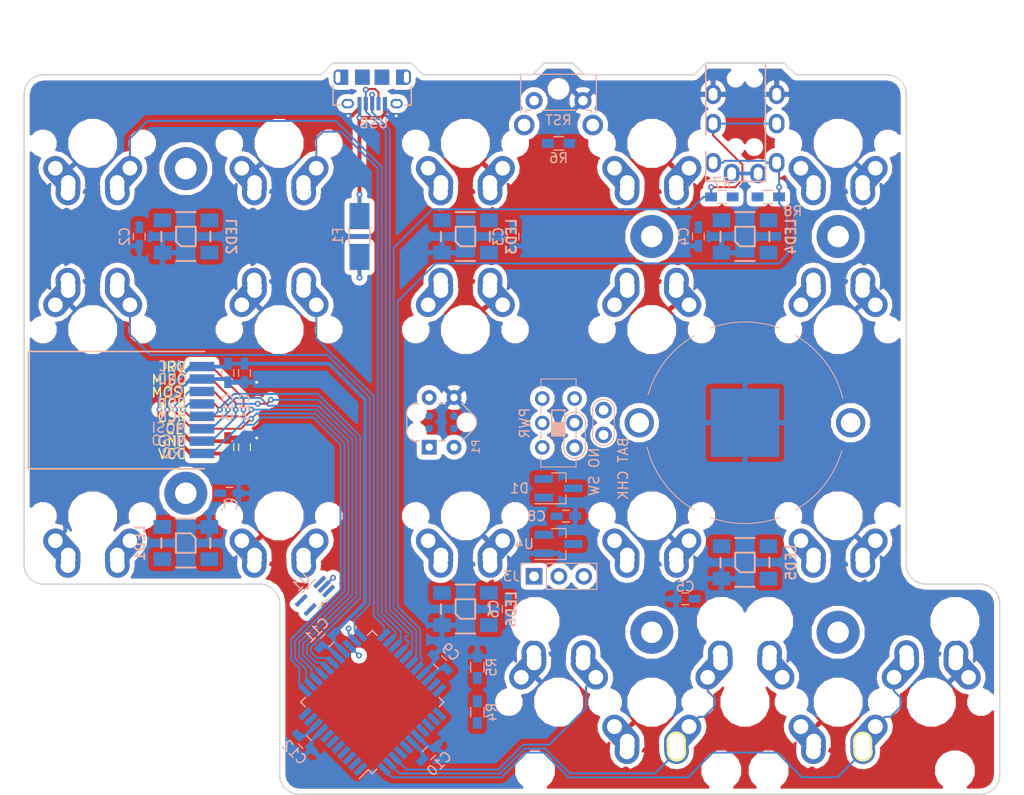
<source format=kicad_pcb>
(kicad_pcb (version 4) (host pcbnew 4.0.7)
  (title_block (title split_steno) (date 2018-04-05) (rev 2.1) (company jtallbean))
  (layers (0 F.Cu signal) (31 B.Cu signal) (34 B.Paste user) (35 F.Paste user) (36 B.SilkS user) (37 F.SilkS user) (38 B.Mask user) (39 F.Mask user) (44 Edge.Cuts user))
  (net 0 "")
  (net 1 GND)
  (net 2 +5V)
  (net 3 "Net-(C8-Pad1)")
  (net 4 VCC)
  (net 5 +BATT)
  (net 6 "Net-(F1-Pad1)")
  (net 7 +3V3)
  (net 8 /SCL)
  (net 9 /SDA)
  (net 10 /D-)
  (net 11 /D+)
  (net 12 /BAT_LVL)
  (net 13 "Net-(LED1-Pad2)")
  (net 14 "Net-(LED1-Pad4)")
  (net 15 "Net-(LED2-Pad2)")
  (net 16 "Net-(LED3-Pad2)")
  (net 17 "Net-(LED4-Pad2)")
  (net 18 /PDI)
  (net 19 /RST)
  (net 20 /VBUS_CHECK)
  (net 21 /KEY1)
  (net 22 /KEY2)
  (net 23 /KEY3)
  (net 24 /KEY4)
  (net 25 /KEY5)
  (net 26 /KEY6)
  (net 27 /KEY7)
  (net 28 /KEY8)
  (net 29 /KEY9)
  (net 30 /KEY10)
  (net 31 /KEY11)
  (net 32 /KEY12)
  (net 33 /KEY13)
  (net 34 /KEY14)
  (net 35 /KEY15)
  (net 36 /KEY16)
  (net 37 /KEY17)
  (net 38 /KEY18)
  (net 39 /UNDER_LED)
  (net 40 /CE)
  (net 41 /IRQ)
  (net 42 /CSN)
  (net 43 /MOSI)
  (net 44 /MISO)
  (net 45 /SCK)
  (net 46 "Net-(SW22-Pad3)")
  (net 47 "Net-(SW22-Pad6)")
  (net 48 "Net-(J1-Pad4)")
  (net 49 "Net-(LED5-Pad2)")
  (net 50 "Net-(LED6-Pad2)")
  (net 51 "Net-(BT1-Pad1)")
  (net 52 "Net-(J3-Pad1)")
  (net 53 "Net-(J3-Pad2)")
  (net 54 "Net-(J3-Pad3)")
  (module Keebio-Parts:TRRS-PJ-320A (layer B.Cu) (at 106.2 65.6 180)
    (fp_text reference REF**)
    (fp_text value TRRS-PJ-320A)
    (pad 1 thru_hole oval (at -2.3 -11.3 180) (size 1.6 2) (drill oval 0.9 1.3) (layers *.Cu *.Mask) (net 7 +3V3))
    (pad 2 thru_hole oval (at 2.3 -10.2 180) (size 1.6 2) (drill oval 0.9 1.3) (layers *.Cu *.Mask) (net 8 /SCL))
    (pad 4 thru_hole oval (at 2.3 -3.2 180) (size 1.6 2) (drill oval 0.9 1.3) (layers *.Cu *.Mask) (net 1 GND))
    (pad "" np_thru_hole circle (at 0 -8.6 180) (size 0.8 0.8) (drill 0.8) (layers *.Cu *.Mask))
    (pad "" np_thru_hole circle (at 0 -1.6 180) (size 0.8 0.8) (drill 0.8) (layers *.Cu *.Mask))
    (pad 3 thru_hole oval (at 2.3 -6.2 180) (size 1.6 2) (drill oval 0.9 1.3) (layers *.Cu *.Mask) (net 9 /SDA))
  )
  (module Fuse_Holders_and_Fuses:Fuse_SMD1206_HandSoldering (layer B.Cu) (at 67.75 83.34 270)
    (fp_text reference F1 (at -0.05 2.2 270) (layer B.SilkS) (effects (justify mirror)))
    (fp_text value Fuse)
    (pad 1 smd rect (at -2.09 0 180) (size 2.03 2.65) (layers B.Cu B.Paste B.Mask) (net 6 "Net-(F1-Pad1)"))
    (pad 2 smd rect (at 2.09 0 180) (size 2.03 2.65) (layers B.Cu B.Paste B.Mask) (net 2 +5V))
  )
  (module Keebio-Parts:TRRS-PJ-320A (layer F.Cu) (at 108.1 65.6)
    (fp_text reference J2)
    (fp_text value Audio-Jack-4)
    (pad 1 thru_hole oval (at -2.3 11.3) (size 1.6 2) (drill oval 0.9 1.3) (layers *.Cu *.Mask) (net 7 +3V3))
    (pad 2 thru_hole oval (at 2.3 10.2) (size 1.6 2) (drill oval 0.9 1.3) (layers *.Cu *.Mask) (net 8 /SCL))
    (pad 4 thru_hole oval (at 2.3 3.2) (size 1.6 2) (drill oval 0.9 1.3) (layers *.Cu *.Mask) (net 1 GND))
    (pad "" np_thru_hole circle (at 0 8.6) (size 0.8 0.8) (drill 0.8) (layers *.Cu *.Mask))
    (pad "" np_thru_hole circle (at 0 1.6) (size 0.8 0.8) (drill 0.8) (layers *.Cu *.Mask))
    (pad 3 thru_hole oval (at 2.3 6.2) (size 1.6 2) (drill oval 0.9 1.3) (layers *.Cu *.Mask) (net 9 /SDA))
  )
  (module Keebio-Parts:Hybrid_PCB_100H_Dual_hole (layer F.Cu) (at 40.48125 73.81875 180)
    (fp_text reference SW1 hide)
    (fp_text value SW_Push hide)
    (pad 2 smd oval (at 2.52 -4.79 176.055) (size 2.5 3.081378) (layers F.Cu F.Paste F.Mask) (net 1 GND))
    (pad 2 thru_hole circle (at 2.5 -4.5 150.95) (size 2 2) (drill 1.5) (layers *.Cu *.Mask) (net 1 GND))
    (pad 2 thru_hole circle (at 2.54 -5.08 150.95) (size 2 2) (drill 1.5) (layers *.Cu *.Mask) (net 1 GND))
    (pad 1 thru_hole circle (at -2.5 -4 150.95) (size 2 2) (drill 1.5) (layers *.Cu *.Mask) (net 21 /KEY1))
    (pad HOLE np_thru_hole circle (at 0 0 180) (size 3.9878 3.9878) (drill 3.9878) (layers *.Cu))
    (pad HOLE np_thru_hole circle (at -5.08 0 180) (size 1.8 1.8) (drill 1.8) (layers *.Cu))
    (pad HOLE np_thru_hole circle (at 5.08 0 180) (size 1.8 1.8) (drill 1.8) (layers *.Cu))
    (pad 1 thru_hole circle (at -3.81 -2.54 150.95) (size 2 2) (drill 1.5) (layers *.Cu *.Mask) (net 21 /KEY1))
    (pad 2 smd oval (at 3.155 -3.27 41.9) (size 2.5 4.461556) (layers B.Cu B.Paste B.Mask) (net 1 GND))
    (pad 1 smd oval (at -3.155 -3.27 318.1) (size 2.5 4.461556) (layers B.Cu B.Paste B.Mask) (net 21 /KEY1))
    (pad 2 thru_hole circle (at 2.5 -4 180) (size 2 2) (drill 1.5) (layers *.Cu *.Mask) (net 1 GND))
    (pad 2 thru_hole circle (at 3.81 -2.54 150.95) (size 2 2) (drill 1.5) (layers *.Cu *.Mask) (net 1 GND))
    (pad 1 smd oval (at -2.52 -4.79 183.945) (size 2.5 3.081378) (layers B.Cu B.Paste B.Mask) (net 21 /KEY1))
    (pad 1 thru_hole circle (at -2.5 -4.5 150.95) (size 2 2) (drill 1.5) (layers *.Cu *.Mask) (net 21 /KEY1))
    (pad 1 thru_hole circle (at -2.54 -5.08 150.95) (size 2 2) (drill 1.5) (layers *.Cu *.Mask) (net 21 /KEY1))
    (pad 1 smd oval (at -3.155 -3.27 318.1) (size 2.5 4.461556) (layers F.Cu F.Paste F.Mask) (net 21 /KEY1))
    (pad 1 smd oval (at -2.52 -4.79 183.945) (size 2.5 3.081378) (layers F.Cu F.Paste F.Mask) (net 21 /KEY1))
    (pad 2 smd oval (at 3.155 -3.27 41.9) (size 2.5 4.461556) (layers F.Cu F.Paste F.Mask) (net 1 GND))
    (pad 2 smd oval (at 2.52 -4.79 176.055) (size 2.5 3.081378) (layers B.Cu B.Paste B.Mask) (net 1 GND))
  )
  (module Capacitors_SMD:C_0603_HandSoldering (layer B.Cu) (at 54.45 109.6)
    (fp_text reference C1 (at 0 1.25) (layer B.SilkS) (effects (justify mirror)))
    (fp_text value 0.1uF)
    (pad 1 smd rect (at -0.95 0) (size 1.2 0.75) (layers B.Cu B.Paste B.Mask) (net 2 +5V))
    (pad 2 smd rect (at 0.95 0) (size 1.2 0.75) (layers B.Cu B.Paste B.Mask) (net 1 GND))
  )
  (module Capacitors_SMD:C_0603_HandSoldering (layer B.Cu) (at 45.24375 83.34375 270)
    (fp_text reference C2 (at 0 1.5 270) (layer B.SilkS) (effects (justify mirror)))
    (fp_text value 0.1uF)
    (pad 1 smd rect (at -0.95 0 270) (size 1.2 0.75) (layers B.Cu B.Paste B.Mask) (net 2 +5V))
    (pad 2 smd rect (at 0.95 0 270) (size 1.2 0.75) (layers B.Cu B.Paste B.Mask) (net 1 GND))
  )
  (module Capacitors_SMD:C_0603_HandSoldering (layer B.Cu) (at 83.45 83.35 270)
    (fp_text reference C3 (at 0 1.5 270) (layer B.SilkS) (effects (justify mirror)))
    (fp_text value 0.1uF)
    (pad 1 smd rect (at -0.95 0 270) (size 1.2 0.75) (layers B.Cu B.Paste B.Mask) (net 2 +5V))
    (pad 2 smd rect (at 0.95 0 270) (size 1.2 0.75) (layers B.Cu B.Paste B.Mask) (net 1 GND))
  )
  (module Capacitors_SMD:C_0603_HandSoldering (layer B.Cu) (at 102.39375 83.34375 270)
    (fp_text reference C4 (at 0 1.5 270) (layer B.SilkS) (effects (justify mirror)))
    (fp_text value 0.1uF)
    (pad 1 smd rect (at -0.95 0 270) (size 1.2 0.75) (layers B.Cu B.Paste B.Mask) (net 2 +5V))
    (pad 2 smd rect (at 0.95 0 270) (size 1.2 0.75) (layers B.Cu B.Paste B.Mask) (net 1 GND))
  )
  (module Capacitors_SMD:C_0603_HandSoldering (layer B.Cu) (at 101.05 120.4 180)
    (fp_text reference C5 (at 0 1.25 180) (layer B.SilkS) (effects (justify mirror)))
    (fp_text value 0.1uF)
    (pad 1 smd rect (at -0.95 0 180) (size 1.2 0.75) (layers B.Cu B.Paste B.Mask) (net 2 +5V))
    (pad 2 smd rect (at 0.95 0 180) (size 1.2 0.75) (layers B.Cu B.Paste B.Mask) (net 1 GND))
  )
  (module Capacitors_SMD:C_0603_HandSoldering (layer B.Cu) (at 82.95 121.44375 270)
    (fp_text reference C6 (at 0 1.5 270) (layer B.SilkS) (effects (justify mirror)))
    (fp_text value 0.1uF)
    (pad 1 smd rect (at -0.95 0 270) (size 1.2 0.75) (layers B.Cu B.Paste B.Mask) (net 2 +5V))
    (pad 2 smd rect (at 0.95 0 270) (size 1.2 0.75) (layers B.Cu B.Paste B.Mask) (net 1 GND))
  )
  (module Capacitors_SMD:C_0603_HandSoldering (layer B.Cu) (at 88.85 111.95)
    (fp_text reference C8 (at -3 0) (layer B.SilkS) (effects (justify mirror)))
    (fp_text value 1uF)
    (pad 1 smd rect (at -0.95 0) (size 1.2 0.75) (layers B.Cu B.Paste B.Mask) (net 3 "Net-(C8-Pad1)"))
    (pad 2 smd rect (at 0.95 0) (size 1.2 0.75) (layers B.Cu B.Paste B.Mask) (net 1 GND))
  )
  (module Capacitors_SMD:C_0603_HandSoldering (layer B.Cu) (at 76 126.9 135)
    (fp_text reference C9 (at 0 1.5 135) (layer B.SilkS) (effects (justify mirror)))
    (fp_text value 0.1uF)
    (pad 1 smd rect (at -0.95 0 135) (size 1.2 0.75) (layers B.Cu B.Paste B.Mask) (net 4 VCC))
    (pad 2 smd rect (at 0.95 0 135) (size 1.2 0.75) (layers B.Cu B.Paste B.Mask) (net 1 GND))
  )
  (module Capacitors_SMD:C_0603_HandSoldering (layer B.Cu) (at 74.85 136.2 45)
    (fp_text reference C10 (at 0 1.5 45) (layer B.SilkS) (effects (justify mirror)))
    (fp_text value 0.1uF)
    (pad 1 smd rect (at -0.95 0 45) (size 1.2 0.75) (layers B.Cu B.Paste B.Mask) (net 4 VCC))
    (pad 2 smd rect (at 0.95 0 45) (size 1.2 0.75) (layers B.Cu B.Paste B.Mask) (net 1 GND))
  )
  (module Capacitors_SMD:C_0603_HandSoldering (layer B.Cu) (at 64.45 124.65 225)
    (fp_text reference C11 (at 0 1.5 225) (layer B.SilkS) (effects (justify mirror)))
    (fp_text value 0.1uF)
    (pad 1 smd rect (at -0.95 0 225) (size 1.2 0.75) (layers B.Cu B.Paste B.Mask) (net 4 VCC))
    (pad 2 smd rect (at 0.95 0 225) (size 1.2 0.75) (layers B.Cu B.Paste B.Mask) (net 1 GND))
  )
  (module Capacitors_SMD:C_0603_HandSoldering (layer B.Cu) (at 62.15 135.05 315)
    (fp_text reference C12 (at 0 1.5 315) (layer B.SilkS) (effects (justify mirror)))
    (fp_text value 0.1uF)
    (pad 1 smd rect (at -0.95 0 315) (size 1.2 0.75) (layers B.Cu B.Paste B.Mask) (net 4 VCC))
    (pad 2 smd rect (at 0.95 0 315) (size 1.2 0.75) (layers B.Cu B.Paste B.Mask) (net 1 GND))
  )
  (module Capacitors_SMD:C_0603_HandSoldering (layer B.Cu) (at 54.3 97.3 270)
    (fp_text reference C13 (at 3.5 0 270) (layer B.SilkS) (effects (justify mirror)))
    (fp_text value 10uF)
    (pad 1 smd rect (at -0.95 0 270) (size 1.2 0.75) (layers B.Cu B.Paste B.Mask) (net 4 VCC))
    (pad 2 smd rect (at 0.95 0 270) (size 1.2 0.75) (layers B.Cu B.Paste B.Mask) (net 1 GND))
  )
  (module Capacitors_SMD:C_0603_HandSoldering (layer B.Cu) (at 56 97.3 270)
    (fp_text reference C14 (at 3.5 0 270) (layer B.SilkS) (effects (justify mirror)))
    (fp_text value 47uF)
    (pad 1 smd rect (at -0.95 0 270) (size 1.2 0.75) (layers B.Cu B.Paste B.Mask) (net 4 VCC))
    (pad 2 smd rect (at 0.95 0 270) (size 1.2 0.75) (layers B.Cu B.Paste B.Mask) (net 1 GND))
  )
  (module TO_SOT_Packages_SMD:SOT-23_Handsoldering (layer B.Cu) (at 88.1 109.1)
    (fp_text reference D1 (at -4 0) (layer B.SilkS) (effects (justify mirror)))
    (fp_text value D_Schottky_x2_KCom_AAK)
    (pad 1 smd rect (at -1.5 0.95) (size 1.9 0.8) (layers B.Cu B.Paste B.Mask) (net 3 "Net-(C8-Pad1)"))
    (pad 2 smd rect (at -1.5 -0.95) (size 1.9 0.8) (layers B.Cu B.Paste B.Mask) (net 5 +BATT))
    (pad 3 smd rect (at 1.5 0) (size 1.9 0.8) (layers B.Cu B.Paste B.Mask) (net 4 VCC))
  )
  (module WS2812B:WS2812B (layer B.Cu) (at 50 114.7 270)
    (fp_text reference LED1 (at 0 4.7 270) (layer B.SilkS) (effects (font (thickness 0.2)) (justify mirror)))
    (fp_text value WS2812B hide)
    (pad 1 smd rect (at 1.65 2.4 270) (size 1.4 1.8) (layers B.Cu B.Paste B.Mask) (net 2 +5V))
    (pad 2 smd rect (at -1.65 2.4 270) (size 1.4 1.8) (layers B.Cu B.Paste B.Mask) (net 13 "Net-(LED1-Pad2)"))
    (pad 3 smd rect (at -1.65 -2.4 270) (size 1.4 1.8) (layers B.Cu B.Paste B.Mask) (net 1 GND))
    (pad 4 smd rect (at 1.65 -2.4 270) (size 1.4 1.8) (layers B.Cu B.Paste B.Mask) (net 14 "Net-(LED1-Pad4)"))
  )
  (module WS2812B:WS2812B (layer B.Cu) (at 50.00625 83.34375 90)
    (fp_text reference LED2 (at 0 4.7 90) (layer B.SilkS) (effects (font (thickness 0.2)) (justify mirror)))
    (fp_text value WS2812B hide)
    (pad 1 smd rect (at 1.65 2.4 90) (size 1.4 1.8) (layers B.Cu B.Paste B.Mask) (net 2 +5V))
    (pad 2 smd rect (at -1.65 2.4 90) (size 1.4 1.8) (layers B.Cu B.Paste B.Mask) (net 15 "Net-(LED2-Pad2)"))
    (pad 3 smd rect (at -1.65 -2.4 90) (size 1.4 1.8) (layers B.Cu B.Paste B.Mask) (net 1 GND))
    (pad 4 smd rect (at 1.65 -2.4 90) (size 1.4 1.8) (layers B.Cu B.Paste B.Mask) (net 13 "Net-(LED1-Pad2)"))
  )
  (module WS2812B:WS2812B (layer B.Cu) (at 78.58125 83.34375 90)
    (fp_text reference LED3 (at 0 4.7 90) (layer B.SilkS) (effects (font (thickness 0.2)) (justify mirror)))
    (fp_text value WS2812B hide)
    (pad 1 smd rect (at 1.65 2.4 90) (size 1.4 1.8) (layers B.Cu B.Paste B.Mask) (net 2 +5V))
    (pad 2 smd rect (at -1.65 2.4 90) (size 1.4 1.8) (layers B.Cu B.Paste B.Mask) (net 16 "Net-(LED3-Pad2)"))
    (pad 3 smd rect (at -1.65 -2.4 90) (size 1.4 1.8) (layers B.Cu B.Paste B.Mask) (net 1 GND))
    (pad 4 smd rect (at 1.65 -2.4 90) (size 1.4 1.8) (layers B.Cu B.Paste B.Mask) (net 15 "Net-(LED2-Pad2)"))
  )
  (module WS2812B:WS2812B (layer B.Cu) (at 107.15625 83.34375 90)
    (fp_text reference LED4 (at 0 4.7 90) (layer B.SilkS) (effects (font (thickness 0.2)) (justify mirror)))
    (fp_text value WS2812B hide)
    (pad 1 smd rect (at 1.65 2.4 90) (size 1.4 1.8) (layers B.Cu B.Paste B.Mask) (net 2 +5V))
    (pad 2 smd rect (at -1.65 2.4 90) (size 1.4 1.8) (layers B.Cu B.Paste B.Mask) (net 17 "Net-(LED4-Pad2)"))
    (pad 3 smd rect (at -1.65 -2.4 90) (size 1.4 1.8) (layers B.Cu B.Paste B.Mask) (net 1 GND))
    (pad 4 smd rect (at 1.65 -2.4 90) (size 1.4 1.8) (layers B.Cu B.Paste B.Mask) (net 16 "Net-(LED3-Pad2)"))
  )
  (module Resistors_SMD:R_0603_HandSoldering (layer B.Cu) (at 79.8 132 90)
    (fp_text reference R4 (at 0 1.45 90) (layer B.SilkS) (effects (justify mirror)))
    (fp_text value 100k)
    (pad 1 smd rect (at -1.1 0 90) (size 1.2 0.9) (layers B.Cu B.Paste B.Mask) (net 2 +5V))
    (pad 2 smd rect (at 1.1 0 90) (size 1.2 0.9) (layers B.Cu B.Paste B.Mask) (net 20 /VBUS_CHECK))
  )
  (module Resistors_SMD:R_0603_HandSoldering (layer B.Cu) (at 79.8 127.4 90)
    (fp_text reference R5 (at 0 1.45 90) (layer B.SilkS) (effects (justify mirror)))
    (fp_text value 100k)
    (pad 1 smd rect (at -1.1 0 90) (size 1.2 0.9) (layers B.Cu B.Paste B.Mask) (net 20 /VBUS_CHECK))
    (pad 2 smd rect (at 1.1 0 90) (size 1.2 0.9) (layers B.Cu B.Paste B.Mask) (net 1 GND))
  )
  (module Resistors_SMD:R_0603_HandSoldering (layer B.Cu) (at 88.10625 73.81875 180)
    (fp_text reference R6 (at 0 -1.5 180) (layer B.SilkS) (effects (justify mirror)))
    (fp_text value 10k)
    (pad 1 smd rect (at -1.1 0 180) (size 1.2 0.9) (layers B.Cu B.Paste B.Mask) (net 4 VCC))
    (pad 2 smd rect (at 1.1 0 180) (size 1.2 0.9) (layers B.Cu B.Paste B.Mask) (net 19 /RST))
  )
  (module Resistors_SMD:R_0603_HandSoldering (layer B.Cu) (at 109.55 79.3)
    (fp_text reference R8 (at 2.5 1.45) (layer B.SilkS) (effects (justify mirror)))
    (fp_text value 4.7k)
    (pad 1 smd rect (at -1.1 0) (size 1.2 0.9) (layers B.Cu B.Paste B.Mask) (net 7 +3V3))
    (pad 2 smd rect (at 1.1 0) (size 1.2 0.9) (layers B.Cu B.Paste B.Mask) (net 8 /SCL))
  )
  (module Keebio-Parts:Hybrid_PCB_100H_Dual_hole (layer F.Cu) (at 59.53125 73.81875 180)
    (fp_text reference SW2 hide)
    (fp_text value SW_Push hide)
    (pad 2 smd oval (at 2.52 -4.79 176.055) (size 2.5 3.081378) (layers F.Cu F.Paste F.Mask) (net 1 GND))
    (pad 2 thru_hole circle (at 2.5 -4.5 150.95) (size 2 2) (drill 1.5) (layers *.Cu *.Mask) (net 1 GND))
    (pad 2 thru_hole circle (at 2.54 -5.08 150.95) (size 2 2) (drill 1.5) (layers *.Cu *.Mask) (net 1 GND))
    (pad 1 thru_hole circle (at -2.5 -4 150.95) (size 2 2) (drill 1.5) (layers *.Cu *.Mask) (net 22 /KEY2))
    (pad HOLE np_thru_hole circle (at 0 0 180) (size 3.9878 3.9878) (drill 3.9878) (layers *.Cu))
    (pad HOLE np_thru_hole circle (at -5.08 0 180) (size 1.8 1.8) (drill 1.8) (layers *.Cu))
    (pad HOLE np_thru_hole circle (at 5.08 0 180) (size 1.8 1.8) (drill 1.8) (layers *.Cu))
    (pad 1 thru_hole circle (at -3.81 -2.54 150.95) (size 2 2) (drill 1.5) (layers *.Cu *.Mask) (net 22 /KEY2))
    (pad 2 smd oval (at 3.155 -3.27 41.9) (size 2.5 4.461556) (layers B.Cu B.Paste B.Mask) (net 1 GND))
    (pad 1 smd oval (at -3.155 -3.27 318.1) (size 2.5 4.461556) (layers B.Cu B.Paste B.Mask) (net 22 /KEY2))
    (pad 2 thru_hole circle (at 2.5 -4 180) (size 2 2) (drill 1.5) (layers *.Cu *.Mask) (net 1 GND))
    (pad 2 thru_hole circle (at 3.81 -2.54 150.95) (size 2 2) (drill 1.5) (layers *.Cu *.Mask) (net 1 GND))
    (pad 1 smd oval (at -2.52 -4.79 183.945) (size 2.5 3.081378) (layers B.Cu B.Paste B.Mask) (net 22 /KEY2))
    (pad 1 thru_hole circle (at -2.5 -4.5 150.95) (size 2 2) (drill 1.5) (layers *.Cu *.Mask) (net 22 /KEY2))
    (pad 1 thru_hole circle (at -2.54 -5.08 150.95) (size 2 2) (drill 1.5) (layers *.Cu *.Mask) (net 22 /KEY2))
    (pad 1 smd oval (at -3.155 -3.27 318.1) (size 2.5 4.461556) (layers F.Cu F.Paste F.Mask) (net 22 /KEY2))
    (pad 1 smd oval (at -2.52 -4.79 183.945) (size 2.5 3.081378) (layers F.Cu F.Paste F.Mask) (net 22 /KEY2))
    (pad 2 smd oval (at 3.155 -3.27 41.9) (size 2.5 4.461556) (layers F.Cu F.Paste F.Mask) (net 1 GND))
    (pad 2 smd oval (at 2.52 -4.79 176.055) (size 2.5 3.081378) (layers B.Cu B.Paste B.Mask) (net 1 GND))
  )
  (module Keebio-Parts:Hybrid_PCB_100H_Dual_hole (layer F.Cu) (at 78.58125 92.86875)
    (fp_text reference SW8 hide)
    (fp_text value SW_Push hide)
    (pad 2 smd oval (at 2.52 -4.79 356.055) (size 2.5 3.081378) (layers F.Cu F.Paste F.Mask) (net 1 GND))
    (pad 2 thru_hole circle (at 2.5 -4.5 330.95) (size 2 2) (drill 1.5) (layers *.Cu *.Mask) (net 1 GND))
    (pad 2 thru_hole circle (at 2.54 -5.08 330.95) (size 2 2) (drill 1.5) (layers *.Cu *.Mask) (net 1 GND))
    (pad 1 thru_hole circle (at -2.5 -4 330.95) (size 2 2) (drill 1.5) (layers *.Cu *.Mask) (net 28 /KEY8))
    (pad HOLE np_thru_hole circle (at 0 0) (size 3.9878 3.9878) (drill 3.9878) (layers *.Cu))
    (pad HOLE np_thru_hole circle (at -5.08 0) (size 1.8 1.8) (drill 1.8) (layers *.Cu))
    (pad HOLE np_thru_hole circle (at 5.08 0) (size 1.8 1.8) (drill 1.8) (layers *.Cu))
    (pad 1 thru_hole circle (at -3.81 -2.54 330.95) (size 2 2) (drill 1.5) (layers *.Cu *.Mask) (net 28 /KEY8))
    (pad 2 smd oval (at 3.155 -3.27 221.9) (size 2.5 4.461556) (layers B.Cu B.Paste B.Mask) (net 1 GND))
    (pad 1 smd oval (at -3.155 -3.27 138.1) (size 2.5 4.461556) (layers B.Cu B.Paste B.Mask) (net 28 /KEY8))
    (pad 2 thru_hole circle (at 2.5 -4) (size 2 2) (drill 1.5) (layers *.Cu *.Mask) (net 1 GND))
    (pad 2 thru_hole circle (at 3.81 -2.54 330.95) (size 2 2) (drill 1.5) (layers *.Cu *.Mask) (net 1 GND))
    (pad 1 smd oval (at -2.52 -4.79 3.945) (size 2.5 3.081378) (layers B.Cu B.Paste B.Mask) (net 28 /KEY8))
    (pad 1 thru_hole circle (at -2.5 -4.5 330.95) (size 2 2) (drill 1.5) (layers *.Cu *.Mask) (net 28 /KEY8))
    (pad 1 thru_hole circle (at -2.54 -5.08 330.95) (size 2 2) (drill 1.5) (layers *.Cu *.Mask) (net 28 /KEY8))
    (pad 1 smd oval (at -3.155 -3.27 138.1) (size 2.5 4.461556) (layers F.Cu F.Paste F.Mask) (net 28 /KEY8))
    (pad 1 smd oval (at -2.52 -4.79 3.945) (size 2.5 3.081378) (layers F.Cu F.Paste F.Mask) (net 28 /KEY8))
    (pad 2 smd oval (at 3.155 -3.27 221.9) (size 2.5 4.461556) (layers F.Cu F.Paste F.Mask) (net 1 GND))
    (pad 2 smd oval (at 2.52 -4.79 356.055) (size 2.5 3.081378) (layers B.Cu B.Paste B.Mask) (net 1 GND))
  )
  (module Keebio-Parts:Hybrid_PCB_100H_Dual_hole (layer F.Cu) (at 97.63125 92.86875)
    (fp_text reference SW9 hide)
    (fp_text value SW_Push hide)
    (pad 2 smd oval (at 2.52 -4.79 356.055) (size 2.5 3.081378) (layers F.Cu F.Paste F.Mask) (net 1 GND))
    (pad 2 thru_hole circle (at 2.5 -4.5 330.95) (size 2 2) (drill 1.5) (layers *.Cu *.Mask) (net 1 GND))
    (pad 2 thru_hole circle (at 2.54 -5.08 330.95) (size 2 2) (drill 1.5) (layers *.Cu *.Mask) (net 1 GND))
    (pad 1 thru_hole circle (at -2.5 -4 330.95) (size 2 2) (drill 1.5) (layers *.Cu *.Mask) (net 29 /KEY9))
    (pad HOLE np_thru_hole circle (at 0 0) (size 3.9878 3.9878) (drill 3.9878) (layers *.Cu))
    (pad HOLE np_thru_hole circle (at -5.08 0) (size 1.8 1.8) (drill 1.8) (layers *.Cu))
    (pad HOLE np_thru_hole circle (at 5.08 0) (size 1.8 1.8) (drill 1.8) (layers *.Cu))
    (pad 1 thru_hole circle (at -3.81 -2.54 330.95) (size 2 2) (drill 1.5) (layers *.Cu *.Mask) (net 29 /KEY9))
    (pad 2 smd oval (at 3.155 -3.27 221.9) (size 2.5 4.461556) (layers B.Cu B.Paste B.Mask) (net 1 GND))
    (pad 1 smd oval (at -3.155 -3.27 138.1) (size 2.5 4.461556) (layers B.Cu B.Paste B.Mask) (net 29 /KEY9))
    (pad 2 thru_hole circle (at 2.5 -4) (size 2 2) (drill 1.5) (layers *.Cu *.Mask) (net 1 GND))
    (pad 2 thru_hole circle (at 3.81 -2.54 330.95) (size 2 2) (drill 1.5) (layers *.Cu *.Mask) (net 1 GND))
    (pad 1 smd oval (at -2.52 -4.79 3.945) (size 2.5 3.081378) (layers B.Cu B.Paste B.Mask) (net 29 /KEY9))
    (pad 1 thru_hole circle (at -2.5 -4.5 330.95) (size 2 2) (drill 1.5) (layers *.Cu *.Mask) (net 29 /KEY9))
    (pad 1 thru_hole circle (at -2.54 -5.08 330.95) (size 2 2) (drill 1.5) (layers *.Cu *.Mask) (net 29 /KEY9))
    (pad 1 smd oval (at -3.155 -3.27 138.1) (size 2.5 4.461556) (layers F.Cu F.Paste F.Mask) (net 29 /KEY9))
    (pad 1 smd oval (at -2.52 -4.79 3.945) (size 2.5 3.081378) (layers F.Cu F.Paste F.Mask) (net 29 /KEY9))
    (pad 2 smd oval (at 3.155 -3.27 221.9) (size 2.5 4.461556) (layers F.Cu F.Paste F.Mask) (net 1 GND))
    (pad 2 smd oval (at 2.52 -4.79 356.055) (size 2.5 3.081378) (layers B.Cu B.Paste B.Mask) (net 1 GND))
  )
  (module Keebio-Parts:Hybrid_PCB_100H_Dual_hole (layer F.Cu) (at 116.68125 92.86875)
    (fp_text reference SW10 hide)
    (fp_text value SW_Push hide)
    (pad 2 smd oval (at 2.52 -4.79 356.055) (size 2.5 3.081378) (layers F.Cu F.Paste F.Mask) (net 1 GND))
    (pad 2 thru_hole circle (at 2.5 -4.5 330.95) (size 2 2) (drill 1.5) (layers *.Cu *.Mask) (net 1 GND))
    (pad 2 thru_hole circle (at 2.54 -5.08 330.95) (size 2 2) (drill 1.5) (layers *.Cu *.Mask) (net 1 GND))
    (pad 1 thru_hole circle (at -2.5 -4 330.95) (size 2 2) (drill 1.5) (layers *.Cu *.Mask) (net 30 /KEY10))
    (pad HOLE np_thru_hole circle (at 0 0) (size 3.9878 3.9878) (drill 3.9878) (layers *.Cu))
    (pad HOLE np_thru_hole circle (at -5.08 0) (size 1.8 1.8) (drill 1.8) (layers *.Cu))
    (pad HOLE np_thru_hole circle (at 5.08 0) (size 1.8 1.8) (drill 1.8) (layers *.Cu))
    (pad 1 thru_hole circle (at -3.81 -2.54 330.95) (size 2 2) (drill 1.5) (layers *.Cu *.Mask) (net 30 /KEY10))
    (pad 2 smd oval (at 3.155 -3.27 221.9) (size 2.5 4.461556) (layers B.Cu B.Paste B.Mask) (net 1 GND))
    (pad 1 smd oval (at -3.155 -3.27 138.1) (size 2.5 4.461556) (layers B.Cu B.Paste B.Mask) (net 30 /KEY10))
    (pad 2 thru_hole circle (at 2.5 -4) (size 2 2) (drill 1.5) (layers *.Cu *.Mask) (net 1 GND))
    (pad 2 thru_hole circle (at 3.81 -2.54 330.95) (size 2 2) (drill 1.5) (layers *.Cu *.Mask) (net 1 GND))
    (pad 1 smd oval (at -2.52 -4.79 3.945) (size 2.5 3.081378) (layers B.Cu B.Paste B.Mask) (net 30 /KEY10))
    (pad 1 thru_hole circle (at -2.5 -4.5 330.95) (size 2 2) (drill 1.5) (layers *.Cu *.Mask) (net 30 /KEY10))
    (pad 1 thru_hole circle (at -2.54 -5.08 330.95) (size 2 2) (drill 1.5) (layers *.Cu *.Mask) (net 30 /KEY10))
    (pad 1 smd oval (at -3.155 -3.27 138.1) (size 2.5 4.461556) (layers F.Cu F.Paste F.Mask) (net 30 /KEY10))
    (pad 1 smd oval (at -2.52 -4.79 3.945) (size 2.5 3.081378) (layers F.Cu F.Paste F.Mask) (net 30 /KEY10))
    (pad 2 smd oval (at 3.155 -3.27 221.9) (size 2.5 4.461556) (layers F.Cu F.Paste F.Mask) (net 1 GND))
    (pad 2 smd oval (at 2.52 -4.79 356.055) (size 2.5 3.081378) (layers B.Cu B.Paste B.Mask) (net 1 GND))
  )
  (module Keebio-Parts:Hybrid_PCB_100H_Dual_hole (layer F.Cu) (at 40.48125 111.91875 180)
    (fp_text reference SW11 hide)
    (fp_text value SW_Push hide)
    (pad 2 smd oval (at 2.52 -4.79 176.055) (size 2.5 3.081378) (layers F.Cu F.Paste F.Mask) (net 1 GND))
    (pad 2 thru_hole circle (at 2.5 -4.5 150.95) (size 2 2) (drill 1.5) (layers *.Cu *.Mask) (net 1 GND))
    (pad 2 thru_hole circle (at 2.54 -5.08 150.95) (size 2 2) (drill 1.5) (layers *.Cu *.Mask) (net 1 GND))
    (pad 1 thru_hole circle (at -2.5 -4 150.95) (size 2 2) (drill 1.5) (layers *.Cu *.Mask) (net 31 /KEY11))
    (pad HOLE np_thru_hole circle (at 0 0 180) (size 3.9878 3.9878) (drill 3.9878) (layers *.Cu))
    (pad HOLE np_thru_hole circle (at -5.08 0 180) (size 1.8 1.8) (drill 1.8) (layers *.Cu))
    (pad HOLE np_thru_hole circle (at 5.08 0 180) (size 1.8 1.8) (drill 1.8) (layers *.Cu))
    (pad 1 thru_hole circle (at -3.81 -2.54 150.95) (size 2 2) (drill 1.5) (layers *.Cu *.Mask) (net 31 /KEY11))
    (pad 2 smd oval (at 3.155 -3.27 41.9) (size 2.5 4.461556) (layers B.Cu B.Paste B.Mask) (net 1 GND))
    (pad 1 smd oval (at -3.155 -3.27 318.1) (size 2.5 4.461556) (layers B.Cu B.Paste B.Mask) (net 31 /KEY11))
    (pad 2 thru_hole circle (at 2.5 -4 180) (size 2 2) (drill 1.5) (layers *.Cu *.Mask) (net 1 GND))
    (pad 2 thru_hole circle (at 3.81 -2.54 150.95) (size 2 2) (drill 1.5) (layers *.Cu *.Mask) (net 1 GND))
    (pad 1 smd oval (at -2.52 -4.79 183.945) (size 2.5 3.081378) (layers B.Cu B.Paste B.Mask) (net 31 /KEY11))
    (pad 1 thru_hole circle (at -2.5 -4.5 150.95) (size 2 2) (drill 1.5) (layers *.Cu *.Mask) (net 31 /KEY11))
    (pad 1 thru_hole circle (at -2.54 -5.08 150.95) (size 2 2) (drill 1.5) (layers *.Cu *.Mask) (net 31 /KEY11))
    (pad 1 smd oval (at -3.155 -3.27 318.1) (size 2.5 4.461556) (layers F.Cu F.Paste F.Mask) (net 31 /KEY11))
    (pad 1 smd oval (at -2.52 -4.79 183.945) (size 2.5 3.081378) (layers F.Cu F.Paste F.Mask) (net 31 /KEY11))
    (pad 2 smd oval (at 3.155 -3.27 41.9) (size 2.5 4.461556) (layers F.Cu F.Paste F.Mask) (net 1 GND))
    (pad 2 smd oval (at 2.52 -4.79 176.055) (size 2.5 3.081378) (layers B.Cu B.Paste B.Mask) (net 1 GND))
  )
  (module Keebio-Parts:Hybrid_PCB_100H_Dual_hole (layer F.Cu) (at 59.53125 111.91875 180)
    (fp_text reference SW12 hide)
    (fp_text value SW_Push hide)
    (pad 2 smd oval (at 2.52 -4.79 176.055) (size 2.5 3.081378) (layers F.Cu F.Paste F.Mask) (net 1 GND))
    (pad 2 thru_hole circle (at 2.5 -4.5 150.95) (size 2 2) (drill 1.5) (layers *.Cu *.Mask) (net 1 GND))
    (pad 2 thru_hole circle (at 2.54 -5.08 150.95) (size 2 2) (drill 1.5) (layers *.Cu *.Mask) (net 1 GND))
    (pad 1 thru_hole circle (at -2.5 -4 150.95) (size 2 2) (drill 1.5) (layers *.Cu *.Mask) (net 32 /KEY12))
    (pad HOLE np_thru_hole circle (at 0 0 180) (size 3.9878 3.9878) (drill 3.9878) (layers *.Cu))
    (pad HOLE np_thru_hole circle (at -5.08 0 180) (size 1.8 1.8) (drill 1.8) (layers *.Cu))
    (pad HOLE np_thru_hole circle (at 5.08 0 180) (size 1.8 1.8) (drill 1.8) (layers *.Cu))
    (pad 1 thru_hole circle (at -3.81 -2.54 150.95) (size 2 2) (drill 1.5) (layers *.Cu *.Mask) (net 32 /KEY12))
    (pad 2 smd oval (at 3.155 -3.27 41.9) (size 2.5 4.461556) (layers B.Cu B.Paste B.Mask) (net 1 GND))
    (pad 1 smd oval (at -3.155 -3.27 318.1) (size 2.5 4.461556) (layers B.Cu B.Paste B.Mask) (net 32 /KEY12))
    (pad 2 thru_hole circle (at 2.5 -4 180) (size 2 2) (drill 1.5) (layers *.Cu *.Mask) (net 1 GND))
    (pad 2 thru_hole circle (at 3.81 -2.54 150.95) (size 2 2) (drill 1.5) (layers *.Cu *.Mask) (net 1 GND))
    (pad 1 smd oval (at -2.52 -4.79 183.945) (size 2.5 3.081378) (layers B.Cu B.Paste B.Mask) (net 32 /KEY12))
    (pad 1 thru_hole circle (at -2.5 -4.5 150.95) (size 2 2) (drill 1.5) (layers *.Cu *.Mask) (net 32 /KEY12))
    (pad 1 thru_hole circle (at -2.54 -5.08 150.95) (size 2 2) (drill 1.5) (layers *.Cu *.Mask) (net 32 /KEY12))
    (pad 1 smd oval (at -3.155 -3.27 318.1) (size 2.5 4.461556) (layers F.Cu F.Paste F.Mask) (net 32 /KEY12))
    (pad 1 smd oval (at -2.52 -4.79 183.945) (size 2.5 3.081378) (layers F.Cu F.Paste F.Mask) (net 32 /KEY12))
    (pad 2 smd oval (at 3.155 -3.27 41.9) (size 2.5 4.461556) (layers F.Cu F.Paste F.Mask) (net 1 GND))
    (pad 2 smd oval (at 2.52 -4.79 176.055) (size 2.5 3.081378) (layers B.Cu B.Paste B.Mask) (net 1 GND))
  )
  (module Keebio-Parts:Hybrid_PCB_100H_Dual_hole (layer F.Cu) (at 107.15625 130.96875)
    (fp_text reference SW17 hide)
    (fp_text value SW_Push hide)
    (pad 2 smd oval (at 2.52 -4.79 356.055) (size 2.5 3.081378) (layers F.Cu F.Paste F.Mask) (net 1 GND))
    (pad 2 thru_hole circle (at 2.5 -4.5 330.95) (size 2 2) (drill 1.5) (layers *.Cu *.Mask) (net 1 GND))
    (pad 2 thru_hole circle (at 2.54 -5.08 330.95) (size 2 2) (drill 1.5) (layers *.Cu *.Mask) (net 1 GND))
    (pad 1 thru_hole circle (at -2.5 -4 330.95) (size 2 2) (drill 1.5) (layers *.Cu *.Mask) (net 37 /KEY17))
    (pad HOLE np_thru_hole circle (at 0 0) (size 3.9878 3.9878) (drill 3.9878) (layers *.Cu))
    (pad HOLE np_thru_hole circle (at -5.08 0) (size 1.8 1.8) (drill 1.8) (layers *.Cu))
    (pad HOLE np_thru_hole circle (at 5.08 0) (size 1.8 1.8) (drill 1.8) (layers *.Cu))
    (pad 1 thru_hole circle (at -3.81 -2.54 330.95) (size 2 2) (drill 1.5) (layers *.Cu *.Mask) (net 37 /KEY17))
    (pad 2 smd oval (at 3.155 -3.27 221.9) (size 2.5 4.461556) (layers B.Cu B.Paste B.Mask) (net 1 GND))
    (pad 1 smd oval (at -3.155 -3.27 138.1) (size 2.5 4.461556) (layers B.Cu B.Paste B.Mask) (net 37 /KEY17))
    (pad 2 thru_hole circle (at 2.5 -4) (size 2 2) (drill 1.5) (layers *.Cu *.Mask) (net 1 GND))
    (pad 2 thru_hole circle (at 3.81 -2.54 330.95) (size 2 2) (drill 1.5) (layers *.Cu *.Mask) (net 1 GND))
    (pad 1 smd oval (at -2.52 -4.79 3.945) (size 2.5 3.081378) (layers B.Cu B.Paste B.Mask) (net 37 /KEY17))
    (pad 1 thru_hole circle (at -2.5 -4.5 330.95) (size 2 2) (drill 1.5) (layers *.Cu *.Mask) (net 37 /KEY17))
    (pad 1 thru_hole circle (at -2.54 -5.08 330.95) (size 2 2) (drill 1.5) (layers *.Cu *.Mask) (net 37 /KEY17))
    (pad 1 smd oval (at -3.155 -3.27 138.1) (size 2.5 4.461556) (layers F.Cu F.Paste F.Mask) (net 37 /KEY17))
    (pad 1 smd oval (at -2.52 -4.79 3.945) (size 2.5 3.081378) (layers F.Cu F.Paste F.Mask) (net 37 /KEY17))
    (pad 2 smd oval (at 3.155 -3.27 221.9) (size 2.5 4.461556) (layers F.Cu F.Paste F.Mask) (net 1 GND))
    (pad 2 smd oval (at 2.52 -4.79 356.055) (size 2.5 3.081378) (layers B.Cu B.Paste B.Mask) (net 1 GND))
  )
  (module Keebio-Parts:Hybrid_PCB_100H_Dual_hole (layer F.Cu) (at 126.20625 130.96875)
    (fp_text reference SW18 hide)
    (fp_text value SW_Push hide)
    (pad 2 smd oval (at 2.52 -4.79 356.055) (size 2.5 3.081378) (layers F.Cu F.Paste F.Mask) (net 1 GND))
    (pad 2 thru_hole circle (at 2.5 -4.5 330.95) (size 2 2) (drill 1.5) (layers *.Cu *.Mask) (net 1 GND))
    (pad 2 thru_hole circle (at 2.54 -5.08 330.95) (size 2 2) (drill 1.5) (layers *.Cu *.Mask) (net 1 GND))
    (pad 1 thru_hole circle (at -2.5 -4 330.95) (size 2 2) (drill 1.5) (layers *.Cu *.Mask) (net 38 /KEY18))
    (pad HOLE np_thru_hole circle (at 0 0) (size 3.9878 3.9878) (drill 3.9878) (layers *.Cu))
    (pad HOLE np_thru_hole circle (at -5.08 0) (size 1.8 1.8) (drill 1.8) (layers *.Cu))
    (pad HOLE np_thru_hole circle (at 5.08 0) (size 1.8 1.8) (drill 1.8) (layers *.Cu))
    (pad 1 thru_hole circle (at -3.81 -2.54 330.95) (size 2 2) (drill 1.5) (layers *.Cu *.Mask) (net 38 /KEY18))
    (pad 2 smd oval (at 3.155 -3.27 221.9) (size 2.5 4.461556) (layers B.Cu B.Paste B.Mask) (net 1 GND))
    (pad 1 smd oval (at -3.155 -3.27 138.1) (size 2.5 4.461556) (layers B.Cu B.Paste B.Mask) (net 38 /KEY18))
    (pad 2 thru_hole circle (at 2.5 -4) (size 2 2) (drill 1.5) (layers *.Cu *.Mask) (net 1 GND))
    (pad 2 thru_hole circle (at 3.81 -2.54 330.95) (size 2 2) (drill 1.5) (layers *.Cu *.Mask) (net 1 GND))
    (pad 1 smd oval (at -2.52 -4.79 3.945) (size 2.5 3.081378) (layers B.Cu B.Paste B.Mask) (net 38 /KEY18))
    (pad 1 thru_hole circle (at -2.5 -4.5 330.95) (size 2 2) (drill 1.5) (layers *.Cu *.Mask) (net 38 /KEY18))
    (pad 1 thru_hole circle (at -2.54 -5.08 330.95) (size 2 2) (drill 1.5) (layers *.Cu *.Mask) (net 38 /KEY18))
    (pad 1 smd oval (at -3.155 -3.27 138.1) (size 2.5 4.461556) (layers F.Cu F.Paste F.Mask) (net 38 /KEY18))
    (pad 1 smd oval (at -2.52 -4.79 3.945) (size 2.5 3.081378) (layers F.Cu F.Paste F.Mask) (net 38 /KEY18))
    (pad 2 smd oval (at 3.155 -3.27 221.9) (size 2.5 4.461556) (layers F.Cu F.Paste F.Mask) (net 1 GND))
    (pad 2 smd oval (at 2.52 -4.79 356.055) (size 2.5 3.081378) (layers B.Cu B.Paste B.Mask) (net 1 GND))
  )
  (module Keebio-Parts:Hybrid_PCB_200H-dual-nosilk (layer F.Cu) (at 97.63125 130.96875 180)
    (fp_text reference SW19 hide)
    (fp_text value SW_Push hide)
    (pad 1 thru_hole circle (at -3.81 -2.5 183.9) (size 2 2) (drill 1.524) (layers *.Cu *.Mask) (net 37 /KEY17))
    (pad 2 smd oval (at 3.155 -3.27 41.9) (size 2.5 4.46155) (layers F.Cu F.Paste F.Mask) (net 1 GND))
    (pad 2 smd oval (at 2.52 -4.79 176.1) (size 2.5 3.081378) (layers F.Cu F.Paste F.Mask) (net 1 GND))
    (pad 1 smd oval (at -3.155 -3.27 318.1) (size 2.5 4.46155) (layers B.Cu B.Paste B.Mask) (net 37 /KEY17))
    (pad HOLE np_thru_hole circle (at 0 0 180) (size 3.9878 3.9878) (drill 3.9878) (layers *.Cu))
    (pad HOLE np_thru_hole circle (at -5.08 0 180) (size 1.8 1.8) (drill 1.8) (layers *.Cu))
    (pad HOLE np_thru_hole circle (at 5.08 0 180) (size 1.8 1.8) (drill 1.8) (layers *.Cu))
    (pad HOLE np_thru_hole circle (at -11.938 -6.985 180) (size 3.048 3.048) (drill 3.048) (layers *.Cu))
    (pad HOLE np_thru_hole circle (at 11.938 -6.985 180) (size 3.048 3.048) (drill 3.048) (layers *.Cu))
    (pad HOLE np_thru_hole circle (at -11.938 8.255 180) (size 3.9878 3.9878) (drill 3.9878) (layers *.Cu))
    (pad HOLE np_thru_hole circle (at 11.938 8.255 180) (size 3.9878 3.9878) (drill 3.9878) (layers *.Cu))
    (pad 2 thru_hole circle (at 3.81 -2.5 183.9) (size 2 2) (drill 1.524) (layers *.Cu *.Mask) (net 1 GND))
    (pad 1 thru_hole circle (at -2.5 -4 180) (size 2 2) (drill 1.524) (layers *.Cu *.Mask F.SilkS) (net 37 /KEY17))
    (pad 1 thru_hole circle (at -2.54 -5.08 180) (size 2 2) (drill 1.524) (layers *.Cu *.Mask F.SilkS) (net 37 /KEY17))
    (pad 1 thru_hole circle (at -2.5 -4.5 180) (size 2 2) (drill 1.524) (layers *.Cu *.Mask F.SilkS) (net 37 /KEY17))
    (pad 2 thru_hole circle (at 2.54 -5.08 183.9) (size 2 2) (drill 1.524) (layers *.Cu *.Mask) (net 1 GND))
    (pad 2 thru_hole circle (at 2.5 -4 183.9) (size 2 2) (drill 1.524) (layers *.Cu *.Mask) (net 1 GND))
    (pad 2 thru_hole circle (at 2.5 -4.5 183.9) (size 2 2) (drill 1.524) (layers *.Cu *.Mask) (net 1 GND))
    (pad 1 smd oval (at -2.52 -4.79 183.9) (size 2.5 3.081378) (layers B.Cu B.Paste B.Mask) (net 37 /KEY17))
    (pad 1 smd oval (at -3.155 -3.27 318.1) (size 2.5 4.46155) (layers F.Cu F.Paste F.Mask) (net 37 /KEY17))
    (pad 1 smd oval (at -2.52 -4.79 183.9) (size 2.5 3.081378) (layers F.Cu F.Paste F.Mask) (net 37 /KEY17))
    (pad 2 smd oval (at 2.52 -4.79 176.1) (size 2.5 3.081378) (layers B.Cu B.Paste B.Mask) (net 1 GND))
    (pad 2 smd oval (at 3.155 -3.27 41.9) (size 2.5 4.46155) (layers B.Cu B.Paste B.Mask) (net 1 GND))
  )
  (module Keebio-Parts:Hybrid_PCB_200H-dual-nosilk (layer F.Cu) (at 116.68125 130.96875 180)
    (fp_text reference SW20 hide)
    (fp_text value SW_Push hide)
    (pad 1 thru_hole circle (at -3.81 -2.5 183.9) (size 2 2) (drill 1.524) (layers *.Cu *.Mask) (net 38 /KEY18))
    (pad 2 smd oval (at 3.155 -3.27 41.9) (size 2.5 4.46155) (layers F.Cu F.Paste F.Mask) (net 1 GND))
    (pad 2 smd oval (at 2.52 -4.79 176.1) (size 2.5 3.081378) (layers F.Cu F.Paste F.Mask) (net 1 GND))
    (pad 1 smd oval (at -3.155 -3.27 318.1) (size 2.5 4.46155) (layers B.Cu B.Paste B.Mask) (net 38 /KEY18))
    (pad HOLE np_thru_hole circle (at 0 0 180) (size 3.9878 3.9878) (drill 3.9878) (layers *.Cu))
    (pad HOLE np_thru_hole circle (at -5.08 0 180) (size 1.8 1.8) (drill 1.8) (layers *.Cu))
    (pad HOLE np_thru_hole circle (at 5.08 0 180) (size 1.8 1.8) (drill 1.8) (layers *.Cu))
    (pad HOLE np_thru_hole circle (at -11.938 -6.985 180) (size 3.048 3.048) (drill 3.048) (layers *.Cu))
    (pad HOLE np_thru_hole circle (at 11.938 -6.985 180) (size 3.048 3.048) (drill 3.048) (layers *.Cu))
    (pad HOLE np_thru_hole circle (at -11.938 8.255 180) (size 3.9878 3.9878) (drill 3.9878) (layers *.Cu))
    (pad HOLE np_thru_hole circle (at 11.938 8.255 180) (size 3.9878 3.9878) (drill 3.9878) (layers *.Cu))
    (pad 2 thru_hole circle (at 3.81 -2.5 183.9) (size 2 2) (drill 1.524) (layers *.Cu *.Mask) (net 1 GND))
    (pad 1 thru_hole circle (at -2.5 -4 180) (size 2 2) (drill 1.524) (layers *.Cu *.Mask F.SilkS) (net 38 /KEY18))
    (pad 1 thru_hole circle (at -2.54 -5.08 180) (size 2 2) (drill 1.524) (layers *.Cu *.Mask F.SilkS) (net 38 /KEY18))
    (pad 1 thru_hole circle (at -2.5 -4.5 180) (size 2 2) (drill 1.524) (layers *.Cu *.Mask F.SilkS) (net 38 /KEY18))
    (pad 2 thru_hole circle (at 2.54 -5.08 183.9) (size 2 2) (drill 1.524) (layers *.Cu *.Mask) (net 1 GND))
    (pad 2 thru_hole circle (at 2.5 -4 183.9) (size 2 2) (drill 1.524) (layers *.Cu *.Mask) (net 1 GND))
    (pad 2 thru_hole circle (at 2.5 -4.5 183.9) (size 2 2) (drill 1.524) (layers *.Cu *.Mask) (net 1 GND))
    (pad 1 smd oval (at -2.52 -4.79 183.9) (size 2.5 3.081378) (layers B.Cu B.Paste B.Mask) (net 38 /KEY18))
    (pad 1 smd oval (at -3.155 -3.27 318.1) (size 2.5 4.46155) (layers F.Cu F.Paste F.Mask) (net 38 /KEY18))
    (pad 1 smd oval (at -2.52 -4.79 183.9) (size 2.5 3.081378) (layers F.Cu F.Paste F.Mask) (net 38 /KEY18))
    (pad 2 smd oval (at 2.52 -4.79 176.1) (size 2.5 3.081378) (layers B.Cu B.Paste B.Mask) (net 1 GND))
    (pad 2 smd oval (at 3.155 -3.27 41.9) (size 2.5 4.46155) (layers B.Cu B.Paste B.Mask) (net 1 GND))
  )
  (module TO_SOT_Packages_SMD:SOT-353_SC-70-5_Handsoldering (layer B.Cu) (at 63.2 120.1 225)
    (fp_text reference U1 (at 0 2 225) (layer B.SilkS) (effects (justify mirror)))
    (fp_text value 74LVC1G34)
    (pad 1 smd rect (at -1.33 0.65 225) (size 1.5 0.4) (layers B.Cu B.Paste B.Mask))
    (pad 2 smd rect (at -1.33 0 225) (size 1.5 0.4) (layers B.Cu B.Paste B.Mask) (net 39 /UNDER_LED))
    (pad 3 smd rect (at -1.33 -0.65 225) (size 1.5 0.4) (layers B.Cu B.Paste B.Mask) (net 1 GND))
    (pad 4 smd rect (at 1.33 -0.65 225) (size 1.5 0.4) (layers B.Cu B.Paste B.Mask) (net 14 "Net-(LED1-Pad4)"))
    (pad 5 smd rect (at 1.33 0.65 225) (size 1.5 0.4) (layers B.Cu B.Paste B.Mask) (net 2 +5V))
  )
  (module Housings_QFP:TQFP-44_10x10mm_Pitch0.8mm (layer B.Cu) (at 69.05625 130.96875 45)
    (fp_text reference U5 hide)
    (fp_text value ATXMEGA128A4U-AU)
    (pad 1 smd rect (at -5.7 4 45) (size 1.5 0.55) (layers B.Cu B.Paste B.Mask) (net 29 /KEY9))
    (pad 2 smd rect (at -5.7 3.2 45) (size 1.5 0.55) (layers B.Cu B.Paste B.Mask) (net 30 /KEY10))
    (pad 3 smd rect (at -5.7 2.4 45) (size 1.5 0.55) (layers B.Cu B.Paste B.Mask) (net 25 /KEY5))
    (pad 4 smd rect (at -5.7 1.6 45) (size 1.5 0.55) (layers B.Cu B.Paste B.Mask) (net 24 /KEY4))
    (pad 5 smd rect (at -5.7 0.8 45) (size 1.5 0.55) (layers B.Cu B.Paste B.Mask) (net 23 /KEY3))
    (pad 6 smd rect (at -5.7 0 45) (size 1.5 0.55) (layers B.Cu B.Paste B.Mask) (net 52 "Net-(J3-Pad1)"))
    (pad 7 smd rect (at -5.7 -0.8 45) (size 1.5 0.55) (layers B.Cu B.Paste B.Mask) (net 53 "Net-(J3-Pad2)"))
    (pad 8 smd rect (at -5.7 -1.6 45) (size 1.5 0.55) (layers B.Cu B.Paste B.Mask) (net 1 GND))
    (pad 9 smd rect (at -5.7 -2.4 45) (size 1.5 0.55) (layers B.Cu B.Paste B.Mask) (net 4 VCC))
    (pad 10 smd rect (at -5.7 -3.2 45) (size 1.5 0.55) (layers B.Cu B.Paste B.Mask) (net 54 "Net-(J3-Pad3)"))
    (pad 11 smd rect (at -5.7 -4 45) (size 1.5 0.55) (layers B.Cu B.Paste B.Mask) (net 39 /UNDER_LED))
    (pad 12 smd rect (at -4 -5.7 315) (size 1.5 0.55) (layers B.Cu B.Paste B.Mask) (net 41 /IRQ))
    (pad 13 smd rect (at -3.2 -5.7 315) (size 1.5 0.55) (layers B.Cu B.Paste B.Mask) (net 40 /CE))
    (pad 14 smd rect (at -2.4 -5.7 315) (size 1.5 0.55) (layers B.Cu B.Paste B.Mask) (net 42 /CSN))
    (pad 15 smd rect (at -1.6 -5.7 315) (size 1.5 0.55) (layers B.Cu B.Paste B.Mask) (net 43 /MOSI))
    (pad 16 smd rect (at -0.8 -5.7 315) (size 1.5 0.55) (layers B.Cu B.Paste B.Mask) (net 44 /MISO))
    (pad 17 smd rect (at 0 -5.7 315) (size 1.5 0.55) (layers B.Cu B.Paste B.Mask) (net 45 /SCK))
    (pad 18 smd rect (at 0.8 -5.7 315) (size 1.5 0.55) (layers B.Cu B.Paste B.Mask) (net 1 GND))
    (pad 19 smd rect (at 1.6 -5.7 315) (size 1.5 0.55) (layers B.Cu B.Paste B.Mask) (net 4 VCC))
    (pad 20 smd rect (at 2.4 -5.7 315) (size 1.5 0.55) (layers B.Cu B.Paste B.Mask) (net 32 /KEY12))
    (pad 21 smd rect (at 3.2 -5.7 315) (size 1.5 0.55) (layers B.Cu B.Paste B.Mask) (net 31 /KEY11))
    (pad 22 smd rect (at 4 -5.7 315) (size 1.5 0.55) (layers B.Cu B.Paste B.Mask) (net 26 /KEY6))
    (pad 23 smd rect (at 5.7 -4 45) (size 1.5 0.55) (layers B.Cu B.Paste B.Mask) (net 27 /KEY7))
    (pad 24 smd rect (at 5.7 -3.2 45) (size 1.5 0.55) (layers B.Cu B.Paste B.Mask) (net 22 /KEY2))
    (pad 25 smd rect (at 5.7 -2.4 45) (size 1.5 0.55) (layers B.Cu B.Paste B.Mask) (net 21 /KEY1))
    (pad 26 smd rect (at 5.7 -1.6 45) (size 1.5 0.55) (layers B.Cu B.Paste B.Mask) (net 10 /D-))
    (pad 27 smd rect (at 5.7 -0.8 45) (size 1.5 0.55) (layers B.Cu B.Paste B.Mask) (net 11 /D+))
    (pad 28 smd rect (at 5.7 0 45) (size 1.5 0.55) (layers B.Cu B.Paste B.Mask) (net 9 /SDA))
    (pad 29 smd rect (at 5.7 0.8 45) (size 1.5 0.55) (layers B.Cu B.Paste B.Mask) (net 8 /SCL))
    (pad 30 smd rect (at 5.7 1.6 45) (size 1.5 0.55) (layers B.Cu B.Paste B.Mask) (net 1 GND))
    (pad 31 smd rect (at 5.7 2.4 45) (size 1.5 0.55) (layers B.Cu B.Paste B.Mask) (net 4 VCC))
    (pad 32 smd rect (at 5.7 3.2 45) (size 1.5 0.55) (layers B.Cu B.Paste B.Mask) (net 12 /BAT_LVL))
    (pad 33 smd rect (at 5.7 4 45) (size 1.5 0.55) (layers B.Cu B.Paste B.Mask) (net 20 /VBUS_CHECK))
    (pad 34 smd rect (at 4 5.7 315) (size 1.5 0.55) (layers B.Cu B.Paste B.Mask) (net 18 /PDI))
    (pad 35 smd rect (at 3.2 5.7 315) (size 1.5 0.55) (layers B.Cu B.Paste B.Mask) (net 19 /RST))
    (pad 36 smd rect (at 2.4 5.7 315) (size 1.5 0.55) (layers B.Cu B.Paste B.Mask) (net 35 /KEY15))
    (pad 37 smd rect (at 1.6 5.7 315) (size 1.5 0.55) (layers B.Cu B.Paste B.Mask) (net 34 /KEY14))
    (pad 38 smd rect (at 0.8 5.7 315) (size 1.5 0.55) (layers B.Cu B.Paste B.Mask) (net 1 GND))
    (pad 39 smd rect (at 0 5.7 315) (size 1.5 0.55) (layers B.Cu B.Paste B.Mask) (net 4 VCC))
    (pad 40 smd rect (at -0.8 5.7 315) (size 1.5 0.55) (layers B.Cu B.Paste B.Mask) (net 33 /KEY13))
    (pad 41 smd rect (at -1.6 5.7 315) (size 1.5 0.55) (layers B.Cu B.Paste B.Mask) (net 28 /KEY8))
    (pad 42 smd rect (at -2.4 5.7 315) (size 1.5 0.55) (layers B.Cu B.Paste B.Mask) (net 36 /KEY16))
    (pad 43 smd rect (at -3.2 5.7 315) (size 1.5 0.55) (layers B.Cu B.Paste B.Mask) (net 37 /KEY17))
    (pad 44 smd rect (at -4 5.7 315) (size 1.5 0.55) (layers B.Cu B.Paste B.Mask) (net 38 /KEY18))
  )
  (module nordic:NRF24L01-Module-SMD (layer B.Cu) (at 50.9 101.1)
    (fp_text reference U6 hide)
    (fp_text value nRF24L01_module)
    (fp_text user IRQ (at -2.1 4.4) (layer B.SilkS) (effects (justify mirror)))
    (fp_text user MISO (at -2.6 3.1) (layer B.SilkS) (effects (justify mirror)))
    (fp_text user MOSI (at -2.6 1.8) (layer B.SilkS) (effects (justify mirror)))
    (fp_text user SCK (at -2.3 0.6) (layer B.SilkS) (effects (justify mirror)))
    (fp_text user CSN (at -2.3 -0.7) (layer B.SilkS) (effects (justify mirror)))
    (fp_text user CE (at -2.05 -1.95) (layer B.SilkS) (effects (justify mirror)))
    (fp_text user GND (at -2.3 -3.2) (layer B.SilkS) (effects (justify mirror)))
    (fp_text user VCC (at -2.3 -4.5) (layer B.SilkS) (effects (justify mirror)))
    (pad 8 smd rect (at 0.3 4.445) (size 2.5 0.95) (drill (offset 0.45 0)) (layers B.Cu B.Paste B.Mask) (net 41 /IRQ))
    (pad 7 smd rect (at 0.3 3.175) (size 2.5 0.95) (drill (offset 0.45 0)) (layers B.Cu B.Paste B.Mask) (net 44 /MISO))
    (pad 6 smd rect (at 0.3 1.905) (size 2.5 0.95) (drill (offset 0.45 0)) (layers B.Cu B.Paste B.Mask) (net 43 /MOSI))
    (pad 5 smd rect (at 0.3 0.635) (size 2.5 0.95) (drill (offset 0.45 0)) (layers B.Cu B.Paste B.Mask) (net 45 /SCK))
    (pad 4 smd rect (at 0.3 -0.635) (size 2.5 0.95) (drill (offset 0.45 0)) (layers B.Cu B.Paste B.Mask) (net 42 /CSN))
    (pad 3 smd rect (at 0.3 -1.905) (size 2.5 0.95) (drill (offset 0.45 0)) (layers B.Cu B.Paste B.Mask) (net 40 /CE))
    (pad 2 smd rect (at 0.3 -3.175) (size 2.5 0.95) (drill (offset 0.45 0)) (layers B.Cu B.Paste B.Mask) (net 1 GND))
    (pad 1 smd rect (at 0.3 -4.445) (size 2.5 0.95) (drill (offset 0.45 0)) (layers B.Cu B.Paste B.Mask) (net 4 VCC))
  )
  (module switch:SlideSwitch_C&K_JS202011CQN (layer B.Cu) (at 88.09375 102.41875 90)
    (fp_text reference PWR (at 0 -3.45 90) (layer B.SilkS) (effects (justify mirror)))
    (fp_text value Switch-6P-2S2T)
    (fp_text user □ (at 0.65 -0.15 90) (layer B.SilkS) (effects (font (size 1.75 1.75)) (justify mirror)))
    (fp_text user ■ (at -0.65 -0.15 90) (layer B.SilkS) (effects (font (size 1.75 1.75)) (justify mirror)))
    (pad 5 thru_hole circle (at 0 1.65 90) (size 1.5 1.5) (drill 0.9) (layers *.Cu *.Mask) (net 51 "Net-(BT1-Pad1)"))
    (pad 2 thru_hole circle (at 0 -1.65 90) (size 1.5 1.5) (drill 0.9) (layers *.Cu *.Mask) (net 51 "Net-(BT1-Pad1)"))
    (pad 3 thru_hole circle (at 2.5 -1.65 90) (size 1.5 1.5) (drill 0.9) (layers *.Cu *.Mask) (net 46 "Net-(SW22-Pad3)"))
    (pad 1 thru_hole circle (at -2.5 -1.65 90) (size 1.5 1.5) (drill 0.9) (layers *.Cu *.Mask) (net 5 +BATT))
    (pad 6 thru_hole circle (at 2.5 1.65 90) (size 1.5 1.5) (drill 0.9) (layers *.Cu *.Mask) (net 47 "Net-(SW22-Pad6)"))
    (pad 4 thru_hole circle (at -2.5 1.65 90) (size 1.5 1.5) (drill 0.9) (layers *.Cu *.Mask) (net 5 +BATT))
  )
  (module Keebio-Parts:Hybrid_PCB_100H_Dual_hole-flip (layer F.Cu) (at 78.58125 111.91875 180)
    (fp_text reference SW13 hide)
    (fp_text value SW_Push hide)
    (pad 1 smd oval (at 2.52 -4.79 176.055) (size 2.5 3.081378) (layers F.Cu F.Paste F.Mask) (net 33 /KEY13))
    (pad 1 thru_hole circle (at 2.5 -4.5 150.95) (size 2 2) (drill 1.5) (layers *.Cu *.Mask) (net 33 /KEY13))
    (pad 1 thru_hole circle (at 2.54 -5.08 150.95) (size 2 2) (drill 1.5) (layers *.Cu *.Mask) (net 33 /KEY13))
    (pad 2 thru_hole circle (at -2.5 -4 150.95) (size 2 2) (drill 1.5) (layers *.Cu *.Mask) (net 1 GND))
    (pad HOLE np_thru_hole circle (at 0 0 180) (size 3.9878 3.9878) (drill 3.9878) (layers *.Cu))
    (pad HOLE np_thru_hole circle (at -5.08 0 180) (size 1.8 1.8) (drill 1.8) (layers *.Cu))
    (pad HOLE np_thru_hole circle (at 5.08 0 180) (size 1.8 1.8) (drill 1.8) (layers *.Cu))
    (pad 2 thru_hole circle (at -3.81 -2.54 150.95) (size 2 2) (drill 1.5) (layers *.Cu *.Mask) (net 1 GND))
    (pad 1 smd oval (at 3.155 -3.27 41.9) (size 2.5 4.461556) (layers B.Cu B.Paste B.Mask) (net 33 /KEY13))
    (pad 2 smd oval (at -3.155 -3.27 318.1) (size 2.5 4.461556) (layers B.Cu B.Paste B.Mask) (net 1 GND))
    (pad 1 thru_hole circle (at 2.5 -4 180) (size 2 2) (drill 1.5) (layers *.Cu *.Mask) (net 33 /KEY13))
    (pad 1 thru_hole circle (at 3.81 -2.54 150.95) (size 2 2) (drill 1.5) (layers *.Cu *.Mask) (net 33 /KEY13))
    (pad 2 smd oval (at -2.52 -4.79 183.945) (size 2.5 3.081378) (layers B.Cu B.Paste B.Mask) (net 1 GND))
    (pad 2 thru_hole circle (at -2.5 -4.5 150.95) (size 2 2) (drill 1.5) (layers *.Cu *.Mask) (net 1 GND))
    (pad 2 thru_hole circle (at -2.54 -5.08 150.95) (size 2 2) (drill 1.5) (layers *.Cu *.Mask) (net 1 GND))
    (pad 2 smd oval (at -3.155 -3.27 318.1) (size 2.5 4.461556) (layers F.Cu F.Paste F.Mask) (net 1 GND))
    (pad 2 smd oval (at -2.52 -4.79 183.945) (size 2.5 3.081378) (layers F.Cu F.Paste F.Mask) (net 1 GND))
    (pad 1 smd oval (at 3.155 -3.27 41.9) (size 2.5 4.461556) (layers F.Cu F.Paste F.Mask) (net 33 /KEY13))
    (pad 1 smd oval (at 2.52 -4.79 176.055) (size 2.5 3.081378) (layers B.Cu B.Paste B.Mask) (net 33 /KEY13))
  )
  (module Mounting_Holes:MountingHole_2.2mm_M2_Pad (layer F.Cu) (at 116.68125 123.825)
    (fp_text reference "" (at 0 -3.2) (layer F.SilkS))
    (fp_text value "")
    (pad 1 thru_hole circle (at 0 0) (size 4.4 4.4) (drill 2.2) (layers *.Cu *.Mask))
  )
  (module WS2812B:WS2812B (layer B.Cu) (at 107.15625 116.68125 90)
    (fp_text reference LED5 (at 0 4.7 90) (layer B.SilkS) (effects (font (thickness 0.2)) (justify mirror)))
    (fp_text value WS2812B hide)
    (pad 1 smd rect (at 1.65 2.4 90) (size 1.4 1.8) (layers B.Cu B.Paste B.Mask) (net 2 +5V))
    (pad 2 smd rect (at -1.65 2.4 90) (size 1.4 1.8) (layers B.Cu B.Paste B.Mask) (net 49 "Net-(LED5-Pad2)"))
    (pad 3 smd rect (at -1.65 -2.4 90) (size 1.4 1.8) (layers B.Cu B.Paste B.Mask) (net 1 GND))
    (pad 4 smd rect (at 1.65 -2.4 90) (size 1.4 1.8) (layers B.Cu B.Paste B.Mask) (net 17 "Net-(LED4-Pad2)"))
  )
  (module WS2812B:WS2812B (layer B.Cu) (at 78.58125 121.44375 90)
    (fp_text reference LED6 (at 0 4.7 90) (layer B.SilkS) (effects (font (thickness 0.2)) (justify mirror)))
    (fp_text value WS2812B hide)
    (pad 1 smd rect (at 1.65 2.4 90) (size 1.4 1.8) (layers B.Cu B.Paste B.Mask) (net 2 +5V))
    (pad 2 smd rect (at -1.65 2.4 90) (size 1.4 1.8) (layers B.Cu B.Paste B.Mask) (net 50 "Net-(LED6-Pad2)"))
    (pad 3 smd rect (at -1.65 -2.4 90) (size 1.4 1.8) (layers B.Cu B.Paste B.Mask) (net 1 GND))
    (pad 4 smd rect (at 1.65 -2.4 90) (size 1.4 1.8) (layers B.Cu B.Paste B.Mask) (net 49 "Net-(LED5-Pad2)"))
  )
  (module airi_logo:airi_icon-7.6 (layer B.Cu) (at 69.05625 130.96875 180)
    (fp_text reference G*** hide)
    (fp_text value LOGO hide)
  )
  (module Mounting_Holes:MountingHole_2.2mm_M2_Pad (layer F.Cu) (at 50 76.4)
    (fp_text reference "" (at 0 -3.2) (layer F.SilkS))
    (fp_text value "")
    (pad 1 thru_hole circle (at 0 0) (size 4.4 4.4) (drill 2.2) (layers *.Cu *.Mask))
  )
  (module Mounting_Holes:MountingHole_2.2mm_M2_Pad (layer F.Cu) (at 50 109.6)
    (fp_text reference "" (at 0 -3.2) (layer F.SilkS))
    (fp_text value "")
    (pad 1 thru_hole circle (at 0 0) (size 4.4 4.4) (drill 2.2) (layers *.Cu *.Mask))
  )
  (module Mounting_Holes:MountingHole_2.2mm_M2_Pad (layer F.Cu) (at 97.63125 123.825)
    (fp_text reference "" (at 0 -3.2) (layer F.SilkS))
    (fp_text value "")
    (pad 1 thru_hole circle (at 0 0) (size 4.4 4.4) (drill 2.2) (layers *.Cu *.Mask))
  )
  (module Mounting_Holes:MountingHole_2.2mm_M2_Pad (layer F.Cu) (at 116.68125 83.34375)
    (fp_text reference "" (at 0 -3.2) (layer F.SilkS))
    (fp_text value "")
    (pad 1 thru_hole circle (at 0 0) (size 4.4 4.4) (drill 2.2) (layers *.Cu *.Mask))
  )
  (module Mounting_Holes:MountingHole_2.2mm_M2_Pad (layer F.Cu) (at 97.63125 83.34375)
    (fp_text reference "" (at 0 -3.2) (layer F.SilkS))
    (fp_text value "")
    (pad 1 thru_hole circle (at 0 0) (size 4.4 4.4) (drill 2.2) (layers *.Cu *.Mask))
  )
  (module Keebio-Parts:SW_Tactile_SPST_Angled_MJTP1117 (layer B.Cu) (at 90.6 69.45 180)
    (fp_text reference RST (at 2.5 -2 180) (layer B.SilkS) (effects (justify mirror)))
    (fp_text value SW_Push)
    (pad "" thru_hole circle (at 6.01 -2.49 180) (size 2.1 2.1) (drill 1.3) (layers *.Cu *.Mask))
    (pad 2 thru_hole circle (at 5 0 180) (size 1.75 1.75) (drill 0.99) (layers *.Cu *.Mask) (net 19 /RST))
    (pad 1 thru_hole circle (at 0 0 180) (size 1.75 1.75) (drill 0.99) (layers *.Cu *.Mask) (net 1 GND))
    (pad "" thru_hole circle (at -1 -2.49 180) (size 2.1 2.1) (drill 1.3) (layers *.Cu *.Mask))
    (pad "" np_thru_hole circle (at 2.5 1.21 180) (size 1.2 1.2) (drill 1.2) (layers *.Cu *.Mask))
  )
  (module Keebio-Parts:Hybrid_PCB_100H_Dual_hole-flip (layer F.Cu) (at 116.68125 73.81875 180)
    (fp_text reference SW5 hide)
    (fp_text value SW_Push hide)
    (pad 1 smd oval (at 2.52 -4.79 176.055) (size 2.5 3.081378) (layers F.Cu F.Paste F.Mask) (net 25 /KEY5))
    (pad 1 thru_hole circle (at 2.5 -4.5 150.95) (size 2 2) (drill 1.5) (layers *.Cu *.Mask) (net 25 /KEY5))
    (pad 1 thru_hole circle (at 2.54 -5.08 150.95) (size 2 2) (drill 1.5) (layers *.Cu *.Mask) (net 25 /KEY5))
    (pad 2 thru_hole circle (at -2.5 -4 150.95) (size 2 2) (drill 1.5) (layers *.Cu *.Mask) (net 1 GND))
    (pad HOLE np_thru_hole circle (at 0 0 180) (size 3.9878 3.9878) (drill 3.9878) (layers *.Cu))
    (pad HOLE np_thru_hole circle (at -5.08 0 180) (size 1.8 1.8) (drill 1.8) (layers *.Cu))
    (pad HOLE np_thru_hole circle (at 5.08 0 180) (size 1.8 1.8) (drill 1.8) (layers *.Cu))
    (pad 2 thru_hole circle (at -3.81 -2.54 150.95) (size 2 2) (drill 1.5) (layers *.Cu *.Mask) (net 1 GND))
    (pad 1 smd oval (at 3.155 -3.27 41.9) (size 2.5 4.461556) (layers B.Cu B.Paste B.Mask) (net 25 /KEY5))
    (pad 2 smd oval (at -3.155 -3.27 318.1) (size 2.5 4.461556) (layers B.Cu B.Paste B.Mask) (net 1 GND))
    (pad 1 thru_hole circle (at 2.5 -4 180) (size 2 2) (drill 1.5) (layers *.Cu *.Mask) (net 25 /KEY5))
    (pad 1 thru_hole circle (at 3.81 -2.54 150.95) (size 2 2) (drill 1.5) (layers *.Cu *.Mask) (net 25 /KEY5))
    (pad 2 smd oval (at -2.52 -4.79 183.945) (size 2.5 3.081378) (layers B.Cu B.Paste B.Mask) (net 1 GND))
    (pad 2 thru_hole circle (at -2.5 -4.5 150.95) (size 2 2) (drill 1.5) (layers *.Cu *.Mask) (net 1 GND))
    (pad 2 thru_hole circle (at -2.54 -5.08 150.95) (size 2 2) (drill 1.5) (layers *.Cu *.Mask) (net 1 GND))
    (pad 2 smd oval (at -3.155 -3.27 318.1) (size 2.5 4.461556) (layers F.Cu F.Paste F.Mask) (net 1 GND))
    (pad 2 smd oval (at -2.52 -4.79 183.945) (size 2.5 3.081378) (layers F.Cu F.Paste F.Mask) (net 1 GND))
    (pad 1 smd oval (at 3.155 -3.27 41.9) (size 2.5 4.461556) (layers F.Cu F.Paste F.Mask) (net 25 /KEY5))
    (pad 1 smd oval (at 2.52 -4.79 176.055) (size 2.5 3.081378) (layers B.Cu B.Paste B.Mask) (net 25 /KEY5))
  )
  (module Keebio-Parts:Hybrid_PCB_100H_Dual_hole-flip (layer F.Cu) (at 40.48125 92.86875)
    (fp_text reference SW6 hide)
    (fp_text value SW_Push hide)
    (pad 1 smd oval (at 2.52 -4.79 356.055) (size 2.5 3.081378) (layers F.Cu F.Paste F.Mask) (net 26 /KEY6))
    (pad 1 thru_hole circle (at 2.5 -4.5 330.95) (size 2 2) (drill 1.5) (layers *.Cu *.Mask) (net 26 /KEY6))
    (pad 1 thru_hole circle (at 2.54 -5.08 330.95) (size 2 2) (drill 1.5) (layers *.Cu *.Mask) (net 26 /KEY6))
    (pad 2 thru_hole circle (at -2.5 -4 330.95) (size 2 2) (drill 1.5) (layers *.Cu *.Mask) (net 1 GND))
    (pad HOLE np_thru_hole circle (at 0 0) (size 3.9878 3.9878) (drill 3.9878) (layers *.Cu))
    (pad HOLE np_thru_hole circle (at -5.08 0) (size 1.8 1.8) (drill 1.8) (layers *.Cu))
    (pad HOLE np_thru_hole circle (at 5.08 0) (size 1.8 1.8) (drill 1.8) (layers *.Cu))
    (pad 2 thru_hole circle (at -3.81 -2.54 330.95) (size 2 2) (drill 1.5) (layers *.Cu *.Mask) (net 1 GND))
    (pad 1 smd oval (at 3.155 -3.27 221.9) (size 2.5 4.461556) (layers B.Cu B.Paste B.Mask) (net 26 /KEY6))
    (pad 2 smd oval (at -3.155 -3.27 138.1) (size 2.5 4.461556) (layers B.Cu B.Paste B.Mask) (net 1 GND))
    (pad 1 thru_hole circle (at 2.5 -4) (size 2 2) (drill 1.5) (layers *.Cu *.Mask) (net 26 /KEY6))
    (pad 1 thru_hole circle (at 3.81 -2.54 330.95) (size 2 2) (drill 1.5) (layers *.Cu *.Mask) (net 26 /KEY6))
    (pad 2 smd oval (at -2.52 -4.79 3.945) (size 2.5 3.081378) (layers B.Cu B.Paste B.Mask) (net 1 GND))
    (pad 2 thru_hole circle (at -2.5 -4.5 330.95) (size 2 2) (drill 1.5) (layers *.Cu *.Mask) (net 1 GND))
    (pad 2 thru_hole circle (at -2.54 -5.08 330.95) (size 2 2) (drill 1.5) (layers *.Cu *.Mask) (net 1 GND))
    (pad 2 smd oval (at -3.155 -3.27 138.1) (size 2.5 4.461556) (layers F.Cu F.Paste F.Mask) (net 1 GND))
    (pad 2 smd oval (at -2.52 -4.79 3.945) (size 2.5 3.081378) (layers F.Cu F.Paste F.Mask) (net 1 GND))
    (pad 1 smd oval (at 3.155 -3.27 221.9) (size 2.5 4.461556) (layers F.Cu F.Paste F.Mask) (net 26 /KEY6))
    (pad 1 smd oval (at 2.52 -4.79 356.055) (size 2.5 3.081378) (layers B.Cu B.Paste B.Mask) (net 26 /KEY6))
  )
  (module Keebio-Parts:Hybrid_PCB_100H_Dual_hole-flip (layer F.Cu) (at 116.68125 111.91875 180)
    (fp_text reference SW15 hide)
    (fp_text value SW_Push hide)
    (pad 1 smd oval (at 2.52 -4.79 176.055) (size 2.5 3.081378) (layers F.Cu F.Paste F.Mask) (net 35 /KEY15))
    (pad 1 thru_hole circle (at 2.5 -4.5 150.95) (size 2 2) (drill 1.5) (layers *.Cu *.Mask) (net 35 /KEY15))
    (pad 1 thru_hole circle (at 2.54 -5.08 150.95) (size 2 2) (drill 1.5) (layers *.Cu *.Mask) (net 35 /KEY15))
    (pad 2 thru_hole circle (at -2.5 -4 150.95) (size 2 2) (drill 1.5) (layers *.Cu *.Mask) (net 1 GND))
    (pad HOLE np_thru_hole circle (at 0 0 180) (size 3.9878 3.9878) (drill 3.9878) (layers *.Cu))
    (pad HOLE np_thru_hole circle (at -5.08 0 180) (size 1.8 1.8) (drill 1.8) (layers *.Cu))
    (pad HOLE np_thru_hole circle (at 5.08 0 180) (size 1.8 1.8) (drill 1.8) (layers *.Cu))
    (pad 2 thru_hole circle (at -3.81 -2.54 150.95) (size 2 2) (drill 1.5) (layers *.Cu *.Mask) (net 1 GND))
    (pad 1 smd oval (at 3.155 -3.27 41.9) (size 2.5 4.461556) (layers B.Cu B.Paste B.Mask) (net 35 /KEY15))
    (pad 2 smd oval (at -3.155 -3.27 318.1) (size 2.5 4.461556) (layers B.Cu B.Paste B.Mask) (net 1 GND))
    (pad 1 thru_hole circle (at 2.5 -4 180) (size 2 2) (drill 1.5) (layers *.Cu *.Mask) (net 35 /KEY15))
    (pad 1 thru_hole circle (at 3.81 -2.54 150.95) (size 2 2) (drill 1.5) (layers *.Cu *.Mask) (net 35 /KEY15))
    (pad 2 smd oval (at -2.52 -4.79 183.945) (size 2.5 3.081378) (layers B.Cu B.Paste B.Mask) (net 1 GND))
    (pad 2 thru_hole circle (at -2.5 -4.5 150.95) (size 2 2) (drill 1.5) (layers *.Cu *.Mask) (net 1 GND))
    (pad 2 thru_hole circle (at -2.54 -5.08 150.95) (size 2 2) (drill 1.5) (layers *.Cu *.Mask) (net 1 GND))
    (pad 2 smd oval (at -3.155 -3.27 318.1) (size 2.5 4.461556) (layers F.Cu F.Paste F.Mask) (net 1 GND))
    (pad 2 smd oval (at -2.52 -4.79 183.945) (size 2.5 3.081378) (layers F.Cu F.Paste F.Mask) (net 1 GND))
    (pad 1 smd oval (at 3.155 -3.27 41.9) (size 2.5 4.461556) (layers F.Cu F.Paste F.Mask) (net 35 /KEY15))
    (pad 1 smd oval (at 2.52 -4.79 176.055) (size 2.5 3.081378) (layers B.Cu B.Paste B.Mask) (net 35 /KEY15))
  )
  (module Keebio-Parts:Hybrid_PCB_100H_Dual_hole-flip (layer F.Cu) (at 88.10625 130.96875)
    (fp_text reference SW16 hide)
    (fp_text value SW_Push hide)
    (pad 1 smd oval (at 2.52 -4.79 356.055) (size 2.5 3.081378) (layers F.Cu F.Paste F.Mask) (net 36 /KEY16))
    (pad 1 thru_hole circle (at 2.5 -4.5 330.95) (size 2 2) (drill 1.5) (layers *.Cu *.Mask) (net 36 /KEY16))
    (pad 1 thru_hole circle (at 2.54 -5.08 330.95) (size 2 2) (drill 1.5) (layers *.Cu *.Mask) (net 36 /KEY16))
    (pad 2 thru_hole circle (at -2.5 -4 330.95) (size 2 2) (drill 1.5) (layers *.Cu *.Mask) (net 1 GND))
    (pad HOLE np_thru_hole circle (at 0 0) (size 3.9878 3.9878) (drill 3.9878) (layers *.Cu))
    (pad HOLE np_thru_hole circle (at -5.08 0) (size 1.8 1.8) (drill 1.8) (layers *.Cu))
    (pad HOLE np_thru_hole circle (at 5.08 0) (size 1.8 1.8) (drill 1.8) (layers *.Cu))
    (pad 2 thru_hole circle (at -3.81 -2.54 330.95) (size 2 2) (drill 1.5) (layers *.Cu *.Mask) (net 1 GND))
    (pad 1 smd oval (at 3.155 -3.27 221.9) (size 2.5 4.461556) (layers B.Cu B.Paste B.Mask) (net 36 /KEY16))
    (pad 2 smd oval (at -3.155 -3.27 138.1) (size 2.5 4.461556) (layers B.Cu B.Paste B.Mask) (net 1 GND))
    (pad 1 thru_hole circle (at 2.5 -4) (size 2 2) (drill 1.5) (layers *.Cu *.Mask) (net 36 /KEY16))
    (pad 1 thru_hole circle (at 3.81 -2.54 330.95) (size 2 2) (drill 1.5) (layers *.Cu *.Mask) (net 36 /KEY16))
    (pad 2 smd oval (at -2.52 -4.79 3.945) (size 2.5 3.081378) (layers B.Cu B.Paste B.Mask) (net 1 GND))
    (pad 2 thru_hole circle (at -2.5 -4.5 330.95) (size 2 2) (drill 1.5) (layers *.Cu *.Mask) (net 1 GND))
    (pad 2 thru_hole circle (at -2.54 -5.08 330.95) (size 2 2) (drill 1.5) (layers *.Cu *.Mask) (net 1 GND))
    (pad 2 smd oval (at -3.155 -3.27 138.1) (size 2.5 4.461556) (layers F.Cu F.Paste F.Mask) (net 1 GND))
    (pad 2 smd oval (at -2.52 -4.79 3.945) (size 2.5 3.081378) (layers F.Cu F.Paste F.Mask) (net 1 GND))
    (pad 1 smd oval (at 3.155 -3.27 221.9) (size 2.5 4.461556) (layers F.Cu F.Paste F.Mask) (net 36 /KEY16))
    (pad 1 smd oval (at 2.52 -4.79 356.055) (size 2.5 3.081378) (layers B.Cu B.Paste B.Mask) (net 36 /KEY16))
  )
  (module battery:CR2032_BK-913 (layer B.Cu) (at 107.15625 102.39375 180)
    (fp_text reference BT1 hide)
    (fp_text value Battery)
    (pad 1 thru_hole circle (at 10.8 0 180) (size 3 3) (drill 2) (layers *.Cu *.Mask) (net 51 "Net-(BT1-Pad1)"))
    (pad 2 smd rect (at 0 0 180) (size 7 7) (layers B.Cu B.Mask) (net 1 GND))
    (pad 1 thru_hole circle (at -10.8 0 180) (size 3 3) (drill 2) (layers *.Cu *.Mask) (net 51 "Net-(BT1-Pad1)"))
  )
  (module jumper:Jumper_1x02_P2.54mm_THT (layer B.Cu) (at 92.7 101.1 180)
    (fp_text reference JP1 hide)
    (fp_text value "BAT CHK")
    (fp_text user %V (at -2 -6 270) (layer B.SilkS) (effects (justify mirror)))
    (pad 1 thru_hole circle (at 0 0 180) (size 1.7 1.7) (drill 1) (layers *.Cu *.Mask) (net 51 "Net-(BT1-Pad1)"))
    (pad 2 thru_hole oval (at 0 -2.54 180) (size 1.7 1.7) (drill 1) (layers *.Cu *.Mask) (net 12 /BAT_LVL))
  )
  (module jumper:Jumper_1x02_P2.54mm_THT (layer B.Cu) (at 89.74 102.405 180)
    (fp_text reference JP2 hide)
    (fp_text value "NO SW")
    (fp_text user %V (at -2 -5 270) (layer B.SilkS) (effects (justify mirror)))
    (pad 1 thru_hole circle (at 0 0 180) (size 1.7 1.7) (drill 1) (layers *.Cu *.Mask) (net 51 "Net-(BT1-Pad1)"))
    (pad 2 thru_hole oval (at 0 -2.54 180) (size 1.7 1.7) (drill 1) (layers *.Cu *.Mask) (net 5 +BATT))
  )
  (module Tag-Connect:TC2030-NL_SMALL_AND_IDC_PDI (layer B.Cu) (at 76.15 102.35 180)
    (fp_text reference P1 (at -3.5 -2.5 270) (layer B.SilkS) (effects (font (size 0.75692 0.75692) (thickness 0.127)) (justify mirror)))
    (fp_text value TC2030-IDC hide)
    (pad 1 connect circle (at -1.27 -0.635 180) (size 0.78486 0.78486) (layers B.Cu B.Mask) (net 18 /PDI))
    (pad 2 connect circle (at -1.27 0.635 180) (size 0.78486 0.78486) (layers B.Cu B.Mask) (net 4 VCC))
    (pad 5 connect circle (at 1.27 -0.635 180) (size 0.78486 0.78486) (layers B.Cu B.Mask) (net 19 /RST))
    (pad 6 connect circle (at 1.27 0.635 180) (size 0.78486 0.78486) (layers B.Cu B.Mask) (net 1 GND))
    (pad "" np_thru_hole circle (at -2.54 0 180) (size 0.98806 0.98806) (drill 0.98806) (layers *.Cu *.Mask B.SilkS))
    (pad "" np_thru_hole circle (at 2.54 1.016 180) (size 0.98552 0.98552) (drill 0.98552) (layers *.Cu *.Mask B.SilkS))
    (pad "" np_thru_hole circle (at 2.54 -1.016 180) (size 0.98552 0.98552) (drill 0.98552) (layers *.Cu *.Mask B.SilkS))
    (pad 2 thru_hole circle (at -1.27 -2.54 90) (size 1.524 1.524) (drill 0.762) (layers *.Cu *.Mask) (net 4 VCC))
    (pad 6 thru_hole circle (at -1.27 2.54 90) (size 1.524 1.524) (drill 0.762) (layers *.Cu *.Mask) (net 1 GND))
    (pad 1 thru_hole rect (at 1.27 -2.54 90) (size 1.524 1.524) (drill 0.762) (layers *.Cu *.Mask) (net 18 /PDI))
    (pad 5 thru_hole circle (at 1.27 2.54 90) (size 1.524 1.524) (drill 0.762) (layers *.Cu *.Mask) (net 19 /RST))
  )
  (module Pin_Headers:Pin_Header_Straight_1x03_Pitch2.54mm (layer B.Cu) (at 85.6 118.1 270)
    (fp_text reference J3 (at 0 2.33 540) (layer B.SilkS) (effects (justify mirror)))
    (fp_text value Conn_01x03 hide)
    (pad 1 thru_hole rect (at 0 0 270) (size 1.7 1.7) (drill 1) (layers *.Cu *.Mask) (net 52 "Net-(J3-Pad1)"))
    (pad 2 thru_hole oval (at 0 -2.54 270) (size 1.7 1.7) (drill 1) (layers *.Cu *.Mask) (net 53 "Net-(J3-Pad2)"))
    (pad 3 thru_hole oval (at 0 -5.08 270) (size 1.7 1.7) (drill 1) (layers *.Cu *.Mask) (net 54 "Net-(J3-Pad3)"))
  )
  (module Keebio-Parts:Hybrid_PCB_100H_Dual_hole-flip (layer F.Cu) (at 78.58125 73.81875 180)
    (fp_text reference SW3 hide)
    (fp_text value SW_Push hide)
    (pad 1 smd oval (at 2.52 -4.79 176.055) (size 2.5 3.081378) (layers F.Cu F.Paste F.Mask) (net 23 /KEY3))
    (pad 1 thru_hole circle (at 2.5 -4.5 150.95) (size 2 2) (drill 1.5) (layers *.Cu *.Mask) (net 23 /KEY3))
    (pad 1 thru_hole circle (at 2.54 -5.08 150.95) (size 2 2) (drill 1.5) (layers *.Cu *.Mask) (net 23 /KEY3))
    (pad 2 thru_hole circle (at -2.5 -4 150.95) (size 2 2) (drill 1.5) (layers *.Cu *.Mask) (net 1 GND))
    (pad HOLE np_thru_hole circle (at 0 0 180) (size 3.9878 3.9878) (drill 3.9878) (layers *.Cu))
    (pad HOLE np_thru_hole circle (at -5.08 0 180) (size 1.8 1.8) (drill 1.8) (layers *.Cu))
    (pad HOLE np_thru_hole circle (at 5.08 0 180) (size 1.8 1.8) (drill 1.8) (layers *.Cu))
    (pad 2 thru_hole circle (at -3.81 -2.54 150.95) (size 2 2) (drill 1.5) (layers *.Cu *.Mask) (net 1 GND))
    (pad 1 smd oval (at 3.155 -3.27 41.9) (size 2.5 4.461556) (layers B.Cu B.Paste B.Mask) (net 23 /KEY3))
    (pad 2 smd oval (at -3.155 -3.27 318.1) (size 2.5 4.461556) (layers B.Cu B.Paste B.Mask) (net 1 GND))
    (pad 1 thru_hole circle (at 2.5 -4 180) (size 2 2) (drill 1.5) (layers *.Cu *.Mask) (net 23 /KEY3))
    (pad 1 thru_hole circle (at 3.81 -2.54 150.95) (size 2 2) (drill 1.5) (layers *.Cu *.Mask) (net 23 /KEY3))
    (pad 2 smd oval (at -2.52 -4.79 183.945) (size 2.5 3.081378) (layers B.Cu B.Paste B.Mask) (net 1 GND))
    (pad 2 thru_hole circle (at -2.5 -4.5 150.95) (size 2 2) (drill 1.5) (layers *.Cu *.Mask) (net 1 GND))
    (pad 2 thru_hole circle (at -2.54 -5.08 150.95) (size 2 2) (drill 1.5) (layers *.Cu *.Mask) (net 1 GND))
    (pad 2 smd oval (at -3.155 -3.27 318.1) (size 2.5 4.461556) (layers F.Cu F.Paste F.Mask) (net 1 GND))
    (pad 2 smd oval (at -2.52 -4.79 183.945) (size 2.5 3.081378) (layers F.Cu F.Paste F.Mask) (net 1 GND))
    (pad 1 smd oval (at 3.155 -3.27 41.9) (size 2.5 4.461556) (layers F.Cu F.Paste F.Mask) (net 23 /KEY3))
    (pad 1 smd oval (at 2.52 -4.79 176.055) (size 2.5 3.081378) (layers B.Cu B.Paste B.Mask) (net 23 /KEY3))
  )
  (module Keebio-Parts:Hybrid_PCB_100H_Dual_hole-flip (layer F.Cu) (at 97.63125 73.81875 180)
    (fp_text reference SW4 hide)
    (fp_text value SW_Push hide)
    (pad 1 smd oval (at 2.52 -4.79 176.055) (size 2.5 3.081378) (layers F.Cu F.Paste F.Mask) (net 24 /KEY4))
    (pad 1 thru_hole circle (at 2.5 -4.5 150.95) (size 2 2) (drill 1.5) (layers *.Cu *.Mask) (net 24 /KEY4))
    (pad 1 thru_hole circle (at 2.54 -5.08 150.95) (size 2 2) (drill 1.5) (layers *.Cu *.Mask) (net 24 /KEY4))
    (pad 2 thru_hole circle (at -2.5 -4 150.95) (size 2 2) (drill 1.5) (layers *.Cu *.Mask) (net 1 GND))
    (pad HOLE np_thru_hole circle (at 0 0 180) (size 3.9878 3.9878) (drill 3.9878) (layers *.Cu))
    (pad HOLE np_thru_hole circle (at -5.08 0 180) (size 1.8 1.8) (drill 1.8) (layers *.Cu))
    (pad HOLE np_thru_hole circle (at 5.08 0 180) (size 1.8 1.8) (drill 1.8) (layers *.Cu))
    (pad 2 thru_hole circle (at -3.81 -2.54 150.95) (size 2 2) (drill 1.5) (layers *.Cu *.Mask) (net 1 GND))
    (pad 1 smd oval (at 3.155 -3.27 41.9) (size 2.5 4.461556) (layers B.Cu B.Paste B.Mask) (net 24 /KEY4))
    (pad 2 smd oval (at -3.155 -3.27 318.1) (size 2.5 4.461556) (layers B.Cu B.Paste B.Mask) (net 1 GND))
    (pad 1 thru_hole circle (at 2.5 -4 180) (size 2 2) (drill 1.5) (layers *.Cu *.Mask) (net 24 /KEY4))
    (pad 1 thru_hole circle (at 3.81 -2.54 150.95) (size 2 2) (drill 1.5) (layers *.Cu *.Mask) (net 24 /KEY4))
    (pad 2 smd oval (at -2.52 -4.79 183.945) (size 2.5 3.081378) (layers B.Cu B.Paste B.Mask) (net 1 GND))
    (pad 2 thru_hole circle (at -2.5 -4.5 150.95) (size 2 2) (drill 1.5) (layers *.Cu *.Mask) (net 1 GND))
    (pad 2 thru_hole circle (at -2.54 -5.08 150.95) (size 2 2) (drill 1.5) (layers *.Cu *.Mask) (net 1 GND))
    (pad 2 smd oval (at -3.155 -3.27 318.1) (size 2.5 4.461556) (layers F.Cu F.Paste F.Mask) (net 1 GND))
    (pad 2 smd oval (at -2.52 -4.79 183.945) (size 2.5 3.081378) (layers F.Cu F.Paste F.Mask) (net 1 GND))
    (pad 1 smd oval (at 3.155 -3.27 41.9) (size 2.5 4.461556) (layers F.Cu F.Paste F.Mask) (net 24 /KEY4))
    (pad 1 smd oval (at 2.52 -4.79 176.055) (size 2.5 3.081378) (layers B.Cu B.Paste B.Mask) (net 24 /KEY4))
  )
  (module Keebio-Parts:Hybrid_PCB_100H_Dual_hole-flip (layer F.Cu) (at 59.53125 92.86875)
    (fp_text reference SW7 hide)
    (fp_text value SW_Push hide)
    (pad 1 smd oval (at 2.52 -4.79 356.055) (size 2.5 3.081378) (layers F.Cu F.Paste F.Mask) (net 27 /KEY7))
    (pad 1 thru_hole circle (at 2.5 -4.5 330.95) (size 2 2) (drill 1.5) (layers *.Cu *.Mask) (net 27 /KEY7))
    (pad 1 thru_hole circle (at 2.54 -5.08 330.95) (size 2 2) (drill 1.5) (layers *.Cu *.Mask) (net 27 /KEY7))
    (pad 2 thru_hole circle (at -2.5 -4 330.95) (size 2 2) (drill 1.5) (layers *.Cu *.Mask) (net 1 GND))
    (pad HOLE np_thru_hole circle (at 0 0) (size 3.9878 3.9878) (drill 3.9878) (layers *.Cu))
    (pad HOLE np_thru_hole circle (at -5.08 0) (size 1.8 1.8) (drill 1.8) (layers *.Cu))
    (pad HOLE np_thru_hole circle (at 5.08 0) (size 1.8 1.8) (drill 1.8) (layers *.Cu))
    (pad 2 thru_hole circle (at -3.81 -2.54 330.95) (size 2 2) (drill 1.5) (layers *.Cu *.Mask) (net 1 GND))
    (pad 1 smd oval (at 3.155 -3.27 221.9) (size 2.5 4.461556) (layers B.Cu B.Paste B.Mask) (net 27 /KEY7))
    (pad 2 smd oval (at -3.155 -3.27 138.1) (size 2.5 4.461556) (layers B.Cu B.Paste B.Mask) (net 1 GND))
    (pad 1 thru_hole circle (at 2.5 -4) (size 2 2) (drill 1.5) (layers *.Cu *.Mask) (net 27 /KEY7))
    (pad 1 thru_hole circle (at 3.81 -2.54 330.95) (size 2 2) (drill 1.5) (layers *.Cu *.Mask) (net 27 /KEY7))
    (pad 2 smd oval (at -2.52 -4.79 3.945) (size 2.5 3.081378) (layers B.Cu B.Paste B.Mask) (net 1 GND))
    (pad 2 thru_hole circle (at -2.5 -4.5 330.95) (size 2 2) (drill 1.5) (layers *.Cu *.Mask) (net 1 GND))
    (pad 2 thru_hole circle (at -2.54 -5.08 330.95) (size 2 2) (drill 1.5) (layers *.Cu *.Mask) (net 1 GND))
    (pad 2 smd oval (at -3.155 -3.27 138.1) (size 2.5 4.461556) (layers F.Cu F.Paste F.Mask) (net 1 GND))
    (pad 2 smd oval (at -2.52 -4.79 3.945) (size 2.5 3.081378) (layers F.Cu F.Paste F.Mask) (net 1 GND))
    (pad 1 smd oval (at 3.155 -3.27 221.9) (size 2.5 4.461556) (layers F.Cu F.Paste F.Mask) (net 27 /KEY7))
    (pad 1 smd oval (at 2.52 -4.79 356.055) (size 2.5 3.081378) (layers B.Cu B.Paste B.Mask) (net 27 /KEY7))
  )
  (module Keebio-Parts:Hybrid_PCB_100H_Dual_hole-flip (layer F.Cu) (at 97.63125 111.91875 180)
    (fp_text reference SW14 hide)
    (fp_text value SW_Push hide)
    (pad 1 smd oval (at 2.52 -4.79 176.055) (size 2.5 3.081378) (layers F.Cu F.Paste F.Mask) (net 34 /KEY14))
    (pad 1 thru_hole circle (at 2.5 -4.5 150.95) (size 2 2) (drill 1.5) (layers *.Cu *.Mask) (net 34 /KEY14))
    (pad 1 thru_hole circle (at 2.54 -5.08 150.95) (size 2 2) (drill 1.5) (layers *.Cu *.Mask) (net 34 /KEY14))
    (pad 2 thru_hole circle (at -2.5 -4 150.95) (size 2 2) (drill 1.5) (layers *.Cu *.Mask) (net 1 GND))
    (pad HOLE np_thru_hole circle (at 0 0 180) (size 3.9878 3.9878) (drill 3.9878) (layers *.Cu))
    (pad HOLE np_thru_hole circle (at -5.08 0 180) (size 1.8 1.8) (drill 1.8) (layers *.Cu))
    (pad HOLE np_thru_hole circle (at 5.08 0 180) (size 1.8 1.8) (drill 1.8) (layers *.Cu))
    (pad 2 thru_hole circle (at -3.81 -2.54 150.95) (size 2 2) (drill 1.5) (layers *.Cu *.Mask) (net 1 GND))
    (pad 1 smd oval (at 3.155 -3.27 41.9) (size 2.5 4.461556) (layers B.Cu B.Paste B.Mask) (net 34 /KEY14))
    (pad 2 smd oval (at -3.155 -3.27 318.1) (size 2.5 4.461556) (layers B.Cu B.Paste B.Mask) (net 1 GND))
    (pad 1 thru_hole circle (at 2.5 -4 180) (size 2 2) (drill 1.5) (layers *.Cu *.Mask) (net 34 /KEY14))
    (pad 1 thru_hole circle (at 3.81 -2.54 150.95) (size 2 2) (drill 1.5) (layers *.Cu *.Mask) (net 34 /KEY14))
    (pad 2 smd oval (at -2.52 -4.79 183.945) (size 2.5 3.081378) (layers B.Cu B.Paste B.Mask) (net 1 GND))
    (pad 2 thru_hole circle (at -2.5 -4.5 150.95) (size 2 2) (drill 1.5) (layers *.Cu *.Mask) (net 1 GND))
    (pad 2 thru_hole circle (at -2.54 -5.08 150.95) (size 2 2) (drill 1.5) (layers *.Cu *.Mask) (net 1 GND))
    (pad 2 smd oval (at -3.155 -3.27 318.1) (size 2.5 4.461556) (layers F.Cu F.Paste F.Mask) (net 1 GND))
    (pad 2 smd oval (at -2.52 -4.79 183.945) (size 2.5 3.081378) (layers F.Cu F.Paste F.Mask) (net 1 GND))
    (pad 1 smd oval (at 3.155 -3.27 41.9) (size 2.5 4.461556) (layers F.Cu F.Paste F.Mask) (net 34 /KEY14))
    (pad 1 smd oval (at 2.52 -4.79 176.055) (size 2.5 3.081378) (layers B.Cu B.Paste B.Mask) (net 34 /KEY14))
  )
  (module TO_SOT_Packages_SMD:SOT-23_Handsoldering (layer B.Cu) (at 88.1 114.8)
    (fp_text reference U4 (at -3.5 0) (layer B.SilkS) (effects (justify mirror)))
    (fp_text value MCP1700)
    (pad 1 smd rect (at -1.5 0.95) (size 1.9 0.8) (layers B.Cu B.Paste B.Mask) (net 1 GND))
    (pad 2 smd rect (at -1.5 -0.95) (size 1.9 0.8) (layers B.Cu B.Paste B.Mask) (net 3 "Net-(C8-Pad1)"))
    (pad 3 smd rect (at 1.5 0) (size 1.9 0.8) (layers B.Cu B.Paste B.Mask) (net 2 +5V))
  )
  (module conn_usb:USB_MicroB_Amphenol_10118194-0001LF (layer B.Cu) (at 69.05 67.05)
    (fp_text reference USB (at 0.15 4.7) (layer B.SilkS) (effects (justify mirror)))
    (fp_text value J1)
    (pad S1 smd rect (at -1 0) (size 1.5 1.55) (layers B.Cu B.Paste B.Mask))
    (pad S1 smd rect (at 1 0) (size 1.5 1.55) (layers B.Cu B.Paste B.Mask))
    (pad S1 smd rect (at 3 0) (size 1.1 1.55) (layers B.Cu B.Paste B.Mask))
    (pad S1 thru_hole oval (at 3.5 0) (size 0.9 1.55) (drill oval 0.5 1.15) (layers *.Cu *.Mask))
    (pad S1 thru_hole oval (at -3.5 0) (size 0.9 1.55) (drill oval 0.5 1.15) (layers *.Cu *.Mask))
    (pad S1 thru_hole oval (at 2.5 2.7) (size 1.25 0.95) (drill oval 0.85 0.55) (layers *.Cu *.Mask))
    (pad S1 thru_hole oval (at -2.5 2.7) (size 1.25 0.95) (drill oval 0.85 0.55) (layers *.Cu *.Mask))
    (pad S1 smd rect (at -3 0) (size 1.1 1.55) (layers B.Cu B.Paste B.Mask))
    (pad 1 smd rect (at -1.3 2.7) (size 0.4 1.35) (layers B.Cu B.Paste B.Mask) (net 6 "Net-(F1-Pad1)"))
    (pad 2 smd rect (at -0.65 2.7) (size 0.4 1.35) (layers B.Cu B.Paste B.Mask) (net 10 /D-))
    (pad 3 smd rect (at 0 2.7) (size 0.4 1.35) (layers B.Cu B.Paste B.Mask) (net 11 /D+))
    (pad 4 smd rect (at 0.65 2.7) (size 0.4 1.35) (layers B.Cu B.Paste B.Mask) (net 48 "Net-(J1-Pad4)"))
    (pad 5 smd rect (at 1.3 2.7) (size 0.4 1.35) (layers B.Cu B.Paste B.Mask) (net 1 GND))
  )
  (module nordic:NRF24L01-Module-SMD (layer F.Cu) (at 50.9 101.1)
    (fp_text reference REF** hide)
    (fp_text value nRF24L01_module)
    (fp_text user IRQ (at -2.1 -4.4) (layer F.SilkS))
    (fp_text user MISO (at -2.6 -3.1) (layer F.SilkS))
    (fp_text user MOSI (at -2.6 -1.8) (layer F.SilkS))
    (fp_text user SCK (at -2.3 -0.6) (layer F.SilkS))
    (fp_text user CSN (at -2.3 0.7) (layer F.SilkS))
    (fp_text user CE (at -2.05 1.95) (layer F.SilkS))
    (fp_text user GND (at -2.3 3.2) (layer F.SilkS))
    (fp_text user VCC (at -2.3 4.5) (layer F.SilkS))
    (pad 8 smd rect (at 0.3 -4.445) (size 2.5 0.95) (drill (offset 0.45 0)) (layers F.Cu F.Paste F.Mask) (net 41 /IRQ))
    (pad 7 smd rect (at 0.3 -3.175) (size 2.5 0.95) (drill (offset 0.45 0)) (layers F.Cu F.Paste F.Mask) (net 44 /MISO))
    (pad 6 smd rect (at 0.3 -1.905) (size 2.5 0.95) (drill (offset 0.45 0)) (layers F.Cu F.Paste F.Mask) (net 43 /MOSI))
    (pad 5 smd rect (at 0.3 -0.635) (size 2.5 0.95) (drill (offset 0.45 0)) (layers F.Cu F.Paste F.Mask) (net 45 /SCK))
    (pad 4 smd rect (at 0.3 0.635) (size 2.5 0.95) (drill (offset 0.45 0)) (layers F.Cu F.Paste F.Mask) (net 42 /CSN))
    (pad 3 smd rect (at 0.3 1.905) (size 2.5 0.95) (drill (offset 0.45 0)) (layers F.Cu F.Paste F.Mask) (net 40 /CE))
    (pad 2 smd rect (at 0.3 3.175) (size 2.5 0.95) (drill (offset 0.45 0)) (layers F.Cu F.Paste F.Mask) (net 1 GND))
    (pad 1 smd rect (at 0.3 4.445) (size 2.5 0.95) (drill (offset 0.45 0)) (layers F.Cu F.Paste F.Mask) (net 4 VCC))
  )
  (module Capacitors_SMD:C_0603_HandSoldering (layer F.Cu) (at 56 104.9 90)
    (fp_text reference REF** hide)
    (fp_text value C_0603_HandSoldering)
    (pad 1 smd rect (at -0.95 0 90) (size 1.2 0.75) (layers F.Cu F.Paste F.Mask) (net 4 VCC))
    (pad 2 smd rect (at 0.95 0 90) (size 1.2 0.75) (layers F.Cu F.Paste F.Mask) (net 1 GND))
  )
  (module Capacitors_SMD:C_0603_HandSoldering (layer F.Cu) (at 54.3 104.9 90)
    (fp_text reference REF** hide)
    (fp_text value C_0603_HandSoldering)
    (pad 1 smd rect (at -0.95 0 90) (size 1.2 0.75) (layers F.Cu F.Paste F.Mask) (net 4 VCC))
    (pad 2 smd rect (at 0.95 0 90) (size 1.2 0.75) (layers F.Cu F.Paste F.Mask) (net 1 GND))
  )
  (module conn_usb:USB_MicroB_Amphenol_10118194-0001LF (layer F.Cu) (at 69.05 67.05 180)
    (fp_text reference REF** hide)
    (fp_text value USB_MicroB_Amphenol_10118194-0001LF)
    (pad S1 smd rect (at -1 0 180) (size 1.5 1.55) (layers F.Cu F.Paste F.Mask))
    (pad S1 smd rect (at 1 0 180) (size 1.5 1.55) (layers F.Cu F.Paste F.Mask))
    (pad S1 smd rect (at 3 0 180) (size 1.1 1.55) (layers F.Cu F.Paste F.Mask))
    (pad S1 thru_hole oval (at 3.5 0 180) (size 0.9 1.55) (drill oval 0.5 1.15) (layers *.Cu *.Mask))
    (pad S1 thru_hole oval (at -3.5 0 180) (size 0.9 1.55) (drill oval 0.5 1.15) (layers *.Cu *.Mask))
    (pad S1 thru_hole oval (at 2.5 -2.7 180) (size 1.25 0.95) (drill oval 0.85 0.55) (layers *.Cu *.Mask))
    (pad S1 thru_hole oval (at -2.5 -2.7 180) (size 1.25 0.95) (drill oval 0.85 0.55) (layers *.Cu *.Mask))
    (pad S1 smd rect (at -3 0 180) (size 1.1 1.55) (layers F.Cu F.Paste F.Mask))
    (pad 1 smd rect (at -1.3 -2.7 180) (size 0.4 1.35) (layers F.Cu F.Paste F.Mask) (net 6 "Net-(F1-Pad1)"))
    (pad 2 smd rect (at -0.65 -2.7 180) (size 0.4 1.35) (layers F.Cu F.Paste F.Mask) (net 10 /D-))
    (pad 3 smd rect (at 0 -2.7 180) (size 0.4 1.35) (layers F.Cu F.Paste F.Mask) (net 11 /D+))
    (pad 4 smd rect (at 0.65 -2.7 180) (size 0.4 1.35) (layers F.Cu F.Paste F.Mask) (net 48 "Net-(J1-Pad4)"))
    (pad 5 smd rect (at 1.3 -2.7 180) (size 0.4 1.35) (layers F.Cu F.Paste F.Mask) (net 1 GND))
  )
  (module TO_SOT_Packages_SMD:SOT-353_SC-70-5_Handsoldering (layer F.Cu) (at 63.199929 120.080833 225)
    (fp_text reference REF** hide)
    (fp_text value SOT-353_SC-70-5_Handsoldering)
    (pad 1 smd rect (at -1.33 -0.65 225) (size 1.5 0.4) (layers F.Cu F.Paste F.Mask))
    (pad 2 smd rect (at -1.33 0 225) (size 1.5 0.4) (layers F.Cu F.Paste F.Mask) (net 39 /UNDER_LED))
    (pad 3 smd rect (at -1.33 0.649999 225) (size 1.5 0.4) (layers F.Cu F.Paste F.Mask) (net 1 GND))
    (pad 4 smd rect (at 1.33 0.649999 225) (size 1.5 0.4) (layers F.Cu F.Paste F.Mask) (net 14 "Net-(LED1-Pad4)"))
    (pad 5 smd rect (at 1.33 -0.649999 225) (size 1.5 0.4) (layers F.Cu F.Paste F.Mask) (net 2 +5V))
  )
  (module Fuse_Holders_and_Fuses:Fuse_SMD1206_HandSoldering (layer F.Cu) (at 67.75 83.35 270)
    (fp_text reference REF** hide)
    (fp_text value Fuse_SMD1206_HandSoldering)
    (pad 1 smd rect (at -2.09 0) (size 2.03 2.65) (layers F.Cu F.Paste F.Mask) (net 6 "Net-(F1-Pad1)"))
    (pad 2 smd rect (at 2.09 0) (size 2.03 2.65) (layers F.Cu F.Paste F.Mask) (net 2 +5V))
  )
  (module Resistors_SMD:R_0603_HandSoldering (layer B.Cu) (at 104.8 79.3 180)
    (fp_text reference R7 (at 0 1.45 180) (layer B.SilkS) (effects (justify mirror)))
    (fp_text value 4.7k)
    (pad 1 smd rect (at -1.1 0 180) (size 1.2 0.9) (layers B.Cu B.Paste B.Mask) (net 7 +3V3))
    (pad 2 smd rect (at 1.1 0 180) (size 1.2 0.9) (layers B.Cu B.Paste B.Mask) (net 9 /SDA))
  )
  (module Resistors_SMD:R_0603_HandSoldering (layer F.Cu) (at 104.8 79.3 180)
    (fp_text reference REF** hide)
    (fp_text value R_0603_HandSoldering)
    (pad 1 smd rect (at -1.1 0 180) (size 1.2 0.9) (layers F.Cu F.Paste F.Mask) (net 7 +3V3))
    (pad 2 smd rect (at 1.1 0 180) (size 1.2 0.9) (layers F.Cu F.Paste F.Mask) (net 9 /SDA))
  )
  (module Resistors_SMD:R_0603_HandSoldering (layer F.Cu) (at 109.55 79.3)
    (fp_text reference REF** hide)
    (fp_text value R_0603_HandSoldering)
    (pad 1 smd rect (at -1.1 0) (size 1.2 0.9) (layers F.Cu F.Paste F.Mask) (net 7 +3V3))
    (pad 2 smd rect (at 1.1 0) (size 1.2 0.9) (layers F.Cu F.Paste F.Mask) (net 8 /SCL))
  )
  (gr_line (start 63.85 66.8) (end 35.6 66.8) (angle 90) (layer Edge.Cuts) (width 0.15))
  (gr_line (start 74.25 66.8) (end 85.45 66.8) (angle 90) (layer Edge.Cuts) (width 0.15))
  (gr_line (start 65.05 65.6) (end 63.85 66.8) (angle 90) (layer Edge.Cuts) (width 0.15))
  (gr_line (start 73.05 65.6) (end 65.05 65.6) (angle 90) (layer Edge.Cuts) (width 0.15))
  (gr_line (start 73.05 65.6) (end 74.25 66.8) (angle 90) (layer Edge.Cuts) (width 0.15))
  (gr_line (start 86.65 65.6) (end 85.45 66.8) (angle 90) (layer Edge.Cuts) (width 0.15))
  (gr_line (start 89.55 65.6) (end 86.65 65.6) (angle 90) (layer Edge.Cuts) (width 0.15))
  (gr_line (start 90.75 66.8) (end 101.95 66.8) (angle 90) (layer Edge.Cuts) (width 0.15))
  (gr_line (start 89.55 65.6) (end 90.75 66.8) (angle 90) (layer Edge.Cuts) (width 0.15))
  (gr_line (start 33.475 116.9) (end 33.475 68.8) (angle 90) (layer Edge.Cuts) (width 0.15))
  (gr_line (start 59.6 123.4) (end 59.6 120.9) (angle 90) (layer Edge.Cuts) (width 0.15))
  (gr_line (start 123.65 116.9) (end 123.65 116.4) (angle 90) (layer Edge.Cuts) (width 0.15))
  (gr_line (start 133.2 138.4) (end 133.2 120.9) (angle 90) (layer Edge.Cuts) (width 0.15))
  (gr_line (start 103.15 65.6) (end 101.95 66.8) (angle 90) (layer Edge.Cuts) (width 0.15))
  (gr_line (start 112.35 66.8) (end 121.65 66.8) (angle 90) (layer Edge.Cuts) (width 0.15))
  (gr_line (start 111.15 65.6) (end 112.35 66.8) (angle 90) (layer Edge.Cuts) (width 0.15))
  (gr_line (start 103.15 65.6) (end 111.15 65.6) (angle 90) (layer Edge.Cuts) (width 0.15))
  (gr_line (start 123.65 116.4) (end 123.65 68.8) (angle 90) (layer Edge.Cuts) (width 0.15))
  (gr_line (start 125.75 118.9) (end 128.2 118.9) (angle 90) (layer Edge.Cuts) (width 0.15))
  (gr_line (start 125.65 118.9) (end 125.75 118.9) (angle 90) (layer Edge.Cuts) (width 0.15))
  (gr_line (start 59.6 123.4) (end 59.6 138.4) (angle 90) (layer Edge.Cuts) (width 0.15))
  (gr_line (start 35.6 118.9) (end 35.475 118.9) (angle 90) (layer Edge.Cuts) (width 0.15))
  (gr_line (start 35.475 66.8) (end 35.6 66.8) (angle 90) (layer Edge.Cuts) (width 0.15))
  (gr_line (start 131 118.9) (end 131.2 118.9) (angle 90) (layer Edge.Cuts) (width 0.15))
  (gr_line (start 131 140.4) (end 131.2 140.4) (angle 90) (layer Edge.Cuts) (width 0.15))
  (gr_line (start 128.2 118.9) (end 131 118.9) (angle 90) (layer Edge.Cuts) (width 0.15))
  (gr_arc (start 125.65 116.9) (end 125.65 118.9) (angle 90) (layer Edge.Cuts) (width 0.15))
  (gr_line (start 57.6 118.9) (end 35.6 118.9) (angle 90) (layer Edge.Cuts) (width 0.15))
  (gr_line (start 61.6 140.4) (end 131 140.4) (angle 90) (layer Edge.Cuts) (width 0.15))
  (gr_arc (start 131.2 120.9) (end 131.2 118.9) (angle 90) (layer Edge.Cuts) (width 0.15))
  (gr_arc (start 35.475 68.8) (end 33.475 68.8) (angle 90) (layer Edge.Cuts) (width 0.15))
  (gr_arc (start 35.475 116.9) (end 35.475 118.9) (angle 90) (layer Edge.Cuts) (width 0.15))
  (gr_arc (start 121.65 68.8) (end 121.65 66.8) (angle 90) (layer Edge.Cuts) (width 0.15))
  (gr_arc (start 57.6 120.9) (end 57.6 118.9) (angle 90) (layer Edge.Cuts) (width 0.15))
  (gr_arc (start 61.6 138.4) (end 61.6 140.4) (angle 90) (layer Edge.Cuts) (width 0.15))
  (gr_arc (start 131.2 138.4) (end 133.2 138.4) (angle 90) (layer Edge.Cuts) (width 0.15))
  (segment (start 37.671249 112.421249) (end 37.25 112) (width 0.381) (layer F.Cu) (net 1))
  (segment (start 36.67125 114.45875) (end 37.671249 113.458751) (width 0.381) (layer F.Cu) (net 1))
  (segment (start 37.671249 113.458751) (end 37.671249 112.421249) (width 0.381) (layer F.Cu) (net 1))
  (segment (start 37.671249 112.421249) (end 37.25 112) (width 0.381) (layer B.Cu) (net 1))
  (segment (start 36.67125 114.45875) (end 37.671249 113.458751) (width 0.381) (layer B.Cu) (net 1))
  (segment (start 37.671249 113.458751) (end 37.671249 112.421249) (width 0.381) (layer B.Cu) (net 1))
  (via (at 48.1 101.05) (size 0.6) (drill 0.3) (layers F.Cu B.Cu) (net 1))
  (segment (start 48.1 101.05) (end 48.1 101.882902) (width 0.381) (layer F.Cu) (net 1))
  (segment (start 48.1 101.882902) (end 50.492098 104.275) (width 0.381) (layer F.Cu) (net 1))
  (segment (start 50.492098 104.275) (end 51.2 104.275) (width 0.381) (layer F.Cu) (net 1))
  (segment (start 51.2 97.925) (end 50.492098 97.925) (width 0.381) (layer B.Cu) (net 1))
  (segment (start 50.492098 97.925) (end 48.1 100.317098) (width 0.381) (layer B.Cu) (net 1))
  (segment (start 48.1 100.317098) (end 48.1 101.05) (width 0.381) (layer B.Cu) (net 1))
  (segment (start 56 103.95) (end 57.25 103.95) (width 0.381) (layer F.Cu) (net 1))
  (via (at 57.25 103.95) (size 0.6) (drill 0.3) (layers F.Cu B.Cu) (net 1))
  (segment (start 56 98.25) (end 57.25 98.25) (width 0.381) (layer B.Cu) (net 1))
  (via (at 57.25 98.25) (size 0.6) (drill 0.3) (layers F.Cu B.Cu) (net 1))
  (segment (start 103.9 68.8) (end 110.4 68.8) (width 0.381) (layer B.Cu) (net 1))
  (segment (start 67.75 69.75) (end 67.75 70.225) (width 0.381) (layer F.Cu) (net 1))
  (segment (start 67.75 70.225) (end 66.975 71) (width 0.381) (layer F.Cu) (net 1))
  (segment (start 66.975 71) (end 66.6 71) (width 0.381) (layer F.Cu) (net 1))
  (via (at 66.6 71) (size 0.6) (drill 0.3) (layers F.Cu B.Cu) (net 1))
  (segment (start 70.35 69.75) (end 70.35 70.225) (width 0.381) (layer B.Cu) (net 1))
  (segment (start 70.35 70.225) (end 71.125 71) (width 0.381) (layer B.Cu) (net 1))
  (segment (start 71.125 71) (end 71.5 71) (width 0.381) (layer B.Cu) (net 1))
  (via (at 71.5 71) (size 0.6) (drill 0.3) (layers F.Cu B.Cu) (net 1))
  (segment (start 50.652118 97.925) (end 51.2 97.925) (width 0.2032) (layer B.Cu) (net 1))
  (segment (start 51.2 104.275) (end 50.652118 104.275) (width 0.2032) (layer F.Cu) (net 1))
  (segment (start 54.3 103.95) (end 56 103.95) (width 0.381) (layer F.Cu) (net 1))
  (segment (start 51.2 104.275) (end 53.975 104.275) (width 0.381) (layer F.Cu) (net 1))
  (segment (start 53.975 104.275) (end 54.3 103.95) (width 0.381) (layer F.Cu) (net 1))
  (segment (start 54.3 98.25) (end 56 98.25) (width 0.381) (layer B.Cu) (net 1))
  (segment (start 51.2 97.925) (end 53.975 97.925) (width 0.381) (layer B.Cu) (net 1))
  (segment (start 53.975 97.925) (end 54.3 98.25) (width 0.381) (layer B.Cu) (net 1))
  (segment (start 62.821751 135.721751) (end 62.821751 134.940507) (width 0.381) (layer B.Cu) (net 1))
  (segment (start 62.821751 134.940507) (end 63.89437 133.867888) (width 0.381) (layer B.Cu) (net 1))
  (segment (start 75.521751 135.528249) (end 74.74712 135.528249) (width 0.381) (layer B.Cu) (net 1))
  (segment (start 74.74712 135.528249) (end 73.652444 134.433573) (width 0.381) (layer B.Cu) (net 1))
  (segment (start 75.328249 126.228249) (end 75.328249 126.959493) (width 0.381) (layer B.Cu) (net 1))
  (segment (start 75.328249 126.959493) (end 74.21813 128.069612) (width 0.381) (layer B.Cu) (net 1))
  (segment (start 63.778249 125.321751) (end 64.540622 125.321751) (width 0.381) (layer B.Cu) (net 1))
  (segment (start 64.540622 125.321751) (end 65.591427 126.372556) (width 0.381) (layer B.Cu) (net 1))
  (segment (start 67.75 87.55) (end 67.75 85.44) (width 0.381) (layer F.Cu) (net 2))
  (segment (start 67.75 85.43) (end 67.75 87.55) (width 0.381) (layer B.Cu) (net 2))
  (via (at 67.75 87.55) (size 0.6) (drill 0.3) (layers F.Cu B.Cu) (net 2))
  (via (at 47.299997 101.05) (size 0.6) (drill 0.3) (layers F.Cu B.Cu) (net 4))
  (segment (start 64 96.35) (end 64.65 96.35) (width 0.381) (layer B.Cu) (net 4))
  (segment (start 64.65 96.35) (end 68.321011 100.021011) (width 0.381) (layer B.Cu) (net 4))
  (segment (start 68.321011 100.021011) (end 68.321011 120.778989) (width 0.381) (layer B.Cu) (net 4))
  (segment (start 68.321011 120.778989) (end 66.70817 122.39183) (width 0.381) (layer B.Cu) (net 4))
  (segment (start 66.70817 122.39183) (end 65.121751 123.978249) (width 0.381) (layer B.Cu) (net 4))
  (segment (start 47.299997 101.05) (end 47.299997 102.352899) (width 0.381) (layer F.Cu) (net 4))
  (segment (start 47.299997 102.352899) (end 50.492098 105.545) (width 0.381) (layer F.Cu) (net 4))
  (segment (start 50.492098 105.545) (end 51.2 105.545) (width 0.381) (layer F.Cu) (net 4))
  (segment (start 51.2 96.655) (end 50.492098 96.655) (width 0.381) (layer B.Cu) (net 4))
  (segment (start 50.492098 96.655) (end 47.299997 99.847101) (width 0.381) (layer B.Cu) (net 4))
  (segment (start 47.299997 99.847101) (end 47.299997 101.05) (width 0.381) (layer B.Cu) (net 4))
  (segment (start 64 96.35) (end 64.1 96.35) (width 0.381) (layer B.Cu) (net 4))
  (segment (start 60.916173 96.35) (end 64 96.35) (width 0.381) (layer B.Cu) (net 4))
  (segment (start 56 96.35) (end 60.916173 96.35) (width 0.381) (layer B.Cu) (net 4))
  (segment (start 50.652118 96.655) (end 51.2 96.655) (width 0.2032) (layer B.Cu) (net 4))
  (segment (start 51.2 105.545) (end 50.652118 105.545) (width 0.2032) (layer F.Cu) (net 4))
  (segment (start 54.3 105.85) (end 56 105.85) (width 0.381) (layer F.Cu) (net 4))
  (segment (start 51.2 105.545) (end 53.995 105.545) (width 0.381) (layer F.Cu) (net 4))
  (segment (start 53.995 105.545) (end 54.3 105.85) (width 0.381) (layer F.Cu) (net 4))
  (segment (start 54.3 96.35) (end 56 96.35) (width 0.381) (layer B.Cu) (net 4))
  (segment (start 51.2 96.655) (end 53.995 96.655) (width 0.381) (layer B.Cu) (net 4))
  (segment (start 53.995 96.655) (end 54.3 96.35) (width 0.381) (layer B.Cu) (net 4))
  (segment (start 61.478249 134.378249) (end 62.252638 134.378249) (width 0.381) (layer B.Cu) (net 4))
  (segment (start 62.252638 134.378249) (end 63.328685 133.302202) (width 0.381) (layer B.Cu) (net 4))
  (segment (start 74.178249 136.871751) (end 74.178249 136.090749) (width 0.381) (layer B.Cu) (net 4))
  (segment (start 74.178249 136.090749) (end 73.086759 134.999259) (width 0.381) (layer B.Cu) (net 4))
  (segment (start 76.671751 127.571751) (end 75.847362 127.571751) (width 0.381) (layer B.Cu) (net 4))
  (segment (start 75.847362 127.571751) (end 74.783815 128.635298) (width 0.381) (layer B.Cu) (net 4))
  (segment (start 65.121751 123.978249) (end 65.121751 124.771509) (width 0.381) (layer B.Cu) (net 4))
  (segment (start 65.121751 124.771509) (end 66.157112 125.80687) (width 0.381) (layer B.Cu) (net 4))
  (segment (start 67.75 79.05) (end 67.75 81.26) (width 0.381) (layer F.Cu) (net 6))
  (segment (start 67.750758 71.200758) (end 67.750758 74.6) (width 0.381) (layer F.Cu) (net 6))
  (segment (start 67.750758 74.6) (end 67.750758 75.349242) (width 0.381) (layer F.Cu) (net 6))
  (segment (start 67.75 79.05) (end 67.75 78.625736) (width 0.381) (layer F.Cu) (net 6))
  (segment (start 67.75 78.625736) (end 67.750758 78.624978) (width 0.381) (layer F.Cu) (net 6))
  (segment (start 67.750758 78.624978) (end 67.750758 74.6) (width 0.381) (layer F.Cu) (net 6))
  (segment (start 67.75 81.25) (end 67.75 79.05) (width 0.381) (layer B.Cu) (net 6))
  (via (at 67.75 79.05) (size 0.6) (drill 0.3) (layers F.Cu B.Cu) (net 6))
  (segment (start 67.749604 81.069604) (end 67.95 81.27) (width 0.381) (layer B.Cu) (net 6))
  (segment (start 67.750758 75.349242) (end 67.749604 75.350396) (width 0.381) (layer F.Cu) (net 6))
  (segment (start 67.750758 71.200758) (end 69.955242 71.200758) (width 0.381) (layer F.Cu) (net 6))
  (via (at 67.750758 71.200758) (size 0.6) (drill 0.3) (layers F.Cu B.Cu) (net 6))
  (segment (start 67.75 69.75) (end 67.75 71.2) (width 0.381) (layer B.Cu) (net 6))
  (segment (start 69.955242 71.200758) (end 70.35 70.806) (width 0.381) (layer F.Cu) (net 6))
  (segment (start 70.35 70.806) (end 70.35 69.75) (width 0.381) (layer F.Cu) (net 6))
  (segment (start 67.75 71.2) (end 67.750758 71.200758) (width 0.381) (layer B.Cu) (net 6))
  (segment (start 105.8 76.9) (end 108.5 76.9) (width 0.381) (layer B.Cu) (net 7))
  (segment (start 110.65 79.3) (end 110.65 78.3) (width 0.2032) (layer B.Cu) (net 8))
  (segment (start 110.65 79.3) (end 110.65 78.3) (width 0.2032) (layer F.Cu) (net 8))
  (segment (start 110.65 78.3) (end 110.65 76.05) (width 0.2032) (layer B.Cu) (net 8))
  (via (at 110.65 78.3) (size 0.6) (drill 0.3) (layers F.Cu B.Cu) (net 8))
  (segment (start 110.65 76.05) (end 110.4 75.8) (width 0.2032) (layer B.Cu) (net 8))
  (segment (start 110.65 79.3) (end 110.65 79.9532) (width 0.2032) (layer B.Cu) (net 8))
  (segment (start 110.65 79.9532) (end 111.4532 80.7564) (width 0.2032) (layer B.Cu) (net 8))
  (segment (start 111.4532 80.7564) (end 111.4532 85.239682) (width 0.2032) (layer B.Cu) (net 8))
  (segment (start 71.65963 89.976361) (end 71.65963 121.169182) (width 0.2032) (layer B.Cu) (net 8))
  (segment (start 73.950677 123.460228) (end 73.950677 126.314957) (width 0.2032) (layer B.Cu) (net 8))
  (segment (start 111.4532 85.239682) (end 110.697531 85.995351) (width 0.2032) (layer B.Cu) (net 8))
  (segment (start 110.697531 85.995351) (end 110.697531 86.002469) (width 0.2032) (layer B.Cu) (net 8))
  (segment (start 110.697531 86.002469) (end 110.6 86.1) (width 0.2032) (layer B.Cu) (net 8))
  (segment (start 75.535991 86.1) (end 71.65963 89.976361) (width 0.2032) (layer B.Cu) (net 8))
  (segment (start 110.6 86.1) (end 75.535991 86.1) (width 0.2032) (layer B.Cu) (net 8))
  (segment (start 71.65963 121.169182) (end 73.950677 123.460228) (width 0.2032) (layer B.Cu) (net 8))
  (segment (start 73.950677 126.314957) (end 74.113153 126.477433) (width 0.2032) (layer B.Cu) (net 8))
  (segment (start 74.113153 127.043218) (end 73.652444 127.503927) (width 0.2032) (layer B.Cu) (net 8))
  (segment (start 74.113153 126.477433) (end 74.113153 127.043218) (width 0.2032) (layer B.Cu) (net 8))
  (segment (start 103.9 75.8) (end 104.9032 75.8) (width 0.2032) (layer B.Cu) (net 8))
  (segment (start 104.9032 75.8) (end 105.10481 75.59839) (width 0.2032) (layer B.Cu) (net 8))
  (segment (start 105.10481 75.59839) (end 109.19519 75.59839) (width 0.2032) (layer B.Cu) (net 8))
  (segment (start 109.19519 75.59839) (end 109.3968 75.8) (width 0.2032) (layer B.Cu) (net 8))
  (segment (start 109.3968 75.8) (end 110.4 75.8) (width 0.2032) (layer B.Cu) (net 8))
  (segment (start 103.7 78.3) (end 103.7 79.3) (width 0.2032) (layer F.Cu) (net 9))
  (segment (start 103.7 78.3) (end 106.157911 78.3) (width 0.2032) (layer F.Cu) (net 9))
  (segment (start 106.157911 78.3) (end 106.90161 77.556301) (width 0.2032) (layer F.Cu) (net 9))
  (segment (start 106.90161 77.556301) (end 106.90161 76.00481) (width 0.2032) (layer F.Cu) (net 9))
  (segment (start 106.90161 76.00481) (end 103.9 73.0032) (width 0.2032) (layer F.Cu) (net 9))
  (segment (start 103.9 73.0032) (end 103.9 71.8) (width 0.2032) (layer F.Cu) (net 9))
  (segment (start 103.7 79.3) (end 103.7 78.3) (width 0.2032) (layer B.Cu) (net 9))
  (via (at 103.7 78.3) (size 0.6) (drill 0.3) (layers F.Cu B.Cu) (net 9))
  (segment (start 71.25642 84.475698) (end 75.182118 80.55) (width 0.2032) (layer B.Cu) (net 9))
  (segment (start 101.749402 80.450598) (end 101.65 80.55) (width 0.2032) (layer B.Cu) (net 9))
  (segment (start 101.65 80.55) (end 75.182118 80.55) (width 0.2032) (layer B.Cu) (net 9))
  (segment (start 101.749402 80.447398) (end 101.749402 80.450598) (width 0.2032) (layer B.Cu) (net 9))
  (segment (start 71.25642 121.336196) (end 71.25642 84.475698) (width 0.2032) (layer B.Cu) (net 9))
  (segment (start 101.749402 80.447398) (end 102.8968 79.3) (width 0.2032) (layer B.Cu) (net 9))
  (segment (start 102.8968 79.3) (end 103.7 79.3) (width 0.2032) (layer B.Cu) (net 9))
  (segment (start 73.547467 123.627243) (end 71.25642 121.336196) (width 0.2032) (layer B.Cu) (net 9))
  (segment (start 73.086759 126.938241) (end 73.547467 126.477533) (width 0.2032) (layer B.Cu) (net 9))
  (segment (start 73.547467 126.477533) (end 73.547467 123.627243) (width 0.2032) (layer B.Cu) (net 9))
  (segment (start 103.9 71.8) (end 104.9032 71.8) (width 0.2032) (layer B.Cu) (net 9))
  (segment (start 104.9032 71.8) (end 110.4 71.8) (width 0.2032) (layer B.Cu) (net 9))
  (segment (start 71.955388 125.80687) (end 72.738939 125.023319) (width 0.2032) (layer B.Cu) (net 10))
  (segment (start 72.706214 124.187123) (end 72.724085 124.158682) (width 0.2032) (layer B.Cu) (net 10))
  (segment (start 72.453794 124.565082) (end 72.4427 124.533378) (width 0.2032) (layer B.Cu) (net 10))
  (segment (start 72.738939 125.023319) (end 72.738939 124.8) (width 0.2032) (layer B.Cu) (net 10))
  (segment (start 72.735179 124.766621) (end 72.724085 124.734917) (width 0.2032) (layer B.Cu) (net 10))
  (segment (start 72.735179 123.95901) (end 70.45 121.673831) (width 0.2032) (layer B.Cu) (net 10))
  (segment (start 72.738939 124.8) (end 72.735179 124.766621) (width 0.2032) (layer B.Cu) (net 10))
  (segment (start 72.654022 124.664854) (end 72.622318 124.65376) (width 0.2032) (layer B.Cu) (net 10))
  (segment (start 72.555561 124.646239) (end 72.523857 124.635145) (width 0.2032) (layer B.Cu) (net 10))
  (segment (start 72.4427 124.533378) (end 72.438939 124.5) (width 0.2032) (layer B.Cu) (net 10))
  (segment (start 72.724085 124.734917) (end 72.706214 124.706476) (width 0.2032) (layer B.Cu) (net 10))
  (segment (start 72.706214 124.706476) (end 72.682463 124.682725) (width 0.2032) (layer B.Cu) (net 10))
  (segment (start 72.555561 124.24736) (end 72.622318 124.239839) (width 0.2032) (layer B.Cu) (net 10))
  (segment (start 72.471665 124.593523) (end 72.453794 124.565082) (width 0.2032) (layer B.Cu) (net 10))
  (segment (start 72.682463 124.682725) (end 72.654022 124.664854) (width 0.2032) (layer B.Cu) (net 10))
  (segment (start 72.622318 124.65376) (end 72.555561 124.646239) (width 0.2032) (layer B.Cu) (net 10))
  (segment (start 72.471665 124.300076) (end 72.495416 124.276325) (width 0.2032) (layer B.Cu) (net 10))
  (segment (start 72.495416 124.276325) (end 72.523857 124.258454) (width 0.2032) (layer B.Cu) (net 10))
  (segment (start 72.523857 124.635145) (end 72.495416 124.617274) (width 0.2032) (layer B.Cu) (net 10))
  (segment (start 72.495416 124.617274) (end 72.471665 124.593523) (width 0.2032) (layer B.Cu) (net 10))
  (segment (start 72.438939 124.5) (end 72.438939 124.3936) (width 0.2032) (layer B.Cu) (net 10))
  (segment (start 72.438939 124.3936) (end 72.4427 124.360221) (width 0.2032) (layer B.Cu) (net 10))
  (segment (start 72.4427 124.360221) (end 72.453794 124.328517) (width 0.2032) (layer B.Cu) (net 10))
  (segment (start 72.453794 124.328517) (end 72.471665 124.300076) (width 0.2032) (layer B.Cu) (net 10))
  (segment (start 72.523857 124.258454) (end 72.555561 124.24736) (width 0.2032) (layer B.Cu) (net 10))
  (segment (start 72.622318 124.239839) (end 72.654022 124.228745) (width 0.2032) (layer B.Cu) (net 10))
  (segment (start 72.654022 124.228745) (end 72.682463 124.210874) (width 0.2032) (layer B.Cu) (net 10))
  (segment (start 72.682463 124.210874) (end 72.706214 124.187123) (width 0.2032) (layer B.Cu) (net 10))
  (segment (start 72.724085 124.158682) (end 72.735179 124.126978) (width 0.2032) (layer B.Cu) (net 10))
  (segment (start 72.735179 124.126978) (end 72.735179 123.95901) (width 0.2032) (layer B.Cu) (net 10))
  (segment (start 70.45 121.673831) (end 70.45 72.598424) (width 0.2032) (layer B.Cu) (net 10))
  (segment (start 70.45 72.598424) (end 68.4 70.548424) (width 0.2032) (layer B.Cu) (net 10))
  (segment (start 68.4 70.548424) (end 68.4 69.75) (width 0.2032) (layer B.Cu) (net 10))
  (segment (start 68.4 68.325002) (end 68.684628 68.325002) (width 0.2032) (layer F.Cu) (net 10))
  (segment (start 68.684628 68.325002) (end 68.761231 68.248399) (width 0.2032) (layer F.Cu) (net 10))
  (segment (start 68.761231 68.248399) (end 69.338769 68.248399) (width 0.2032) (layer F.Cu) (net 10))
  (segment (start 69.338769 68.248399) (end 69.7 68.60963) (width 0.2032) (layer F.Cu) (net 10))
  (segment (start 69.7 68.60963) (end 69.7 68.8718) (width 0.2032) (layer F.Cu) (net 10))
  (segment (start 69.7 68.8718) (end 69.7 69.75) (width 0.2032) (layer F.Cu) (net 10))
  (segment (start 68.4 69.75) (end 68.4 68.325002) (width 0.2032) (layer B.Cu) (net 10))
  (via (at 68.4 68.325002) (size 0.6) (drill 0.3) (layers F.Cu B.Cu) (net 10))
  (segment (start 72.521073 126.372556) (end 73.142149 125.75148) (width 0.2032) (layer B.Cu) (net 11))
  (segment (start 70.85321 72.431409) (end 69.05 70.6282) (width 0.2032) (layer B.Cu) (net 11))
  (segment (start 73.142149 125.75148) (end 73.142149 123.792149) (width 0.2032) (layer B.Cu) (net 11))
  (segment (start 73.142149 123.792149) (end 70.85321 121.50321) (width 0.2032) (layer B.Cu) (net 11))
  (segment (start 70.85321 121.50321) (end 70.85321 72.431409) (width 0.2032) (layer B.Cu) (net 11))
  (segment (start 69.05 70.6282) (end 69.05 69.75) (width 0.2032) (layer B.Cu) (net 11))
  (segment (start 69.05 68.85) (end 69.05 69.75) (width 0.2032) (layer F.Cu) (net 11))
  (segment (start 69.05 69.75) (end 69.05 68.85) (width 0.2032) (layer B.Cu) (net 11))
  (via (at 69.05 68.85) (size 0.6) (drill 0.3) (layers F.Cu B.Cu) (net 11))
  (segment (start 70.02275 76.202525) (end 70.022749 76.5) (width 0.2032) (layer B.Cu) (net 21))
  (segment (start 65.343473 71.523249) (end 70.022749 76.202525) (width 0.2032) (layer B.Cu) (net 21))
  (segment (start 70.022749 76.5) (end 70.02275 121.816806) (width 0.2032) (layer B.Cu) (net 21))
  (segment (start 44.29125 76.35875) (end 44.29125 73.31038) (width 0.2032) (layer B.Cu) (net 21))
  (segment (start 44.29125 73.31038) (end 46.078381 71.523249) (width 0.2032) (layer B.Cu) (net 21))
  (segment (start 70.022749 76.202525) (end 70.022749 76.5) (width 0.2032) (layer B.Cu) (net 21))
  (segment (start 46.078381 71.523249) (end 65.343473 71.523249) (width 0.2032) (layer B.Cu) (net 21))
  (segment (start 70.02275 121.816806) (end 71.990742 123.784798) (width 0.2032) (layer B.Cu) (net 21))
  (segment (start 71.990742 123.784798) (end 71.990742 124.640145) (width 0.2032) (layer B.Cu) (net 21))
  (segment (start 71.990742 124.640145) (end 71.389702 125.241185) (width 0.2032) (layer B.Cu) (net 21))
  (segment (start 67.75 74.5) (end 67.85 74.6) (width 0.2032) (layer B.Cu) (net 22))
  (segment (start 67.85 74.6) (end 69.61954 76.36954) (width 0.2032) (layer B.Cu) (net 22))
  (segment (start 63.34125 76.35875) (end 63.34125 73.31038) (width 0.2032) (layer B.Cu) (net 22))
  (segment (start 63.34125 73.31038) (end 64.034481 72.617149) (width 0.2032) (layer B.Cu) (net 22))
  (segment (start 64.034481 72.617149) (end 65.867149 72.617149) (width 0.2032) (layer B.Cu) (net 22))
  (segment (start 65.867149 72.617149) (end 67.85 74.6) (width 0.2032) (layer B.Cu) (net 22))
  (segment (start 69.61954 76.36954) (end 69.61954 121.98382) (width 0.2032) (layer B.Cu) (net 22))
  (segment (start 69.61954 121.98382) (end 71.425057 123.789337) (width 0.2032) (layer B.Cu) (net 22))
  (segment (start 71.425057 123.789337) (end 71.425057 124.07446) (width 0.2032) (layer B.Cu) (net 22))
  (segment (start 71.425057 124.07446) (end 70.824017 124.6755) (width 0.2032) (layer B.Cu) (net 22))
  (segment (start 67.253128 122.54282) (end 68.81312 120.982828) (width 0.2032) (layer B.Cu) (net 26))
  (segment (start 67.253128 123.508774) (end 67.253128 122.54282) (width 0.2032) (layer B.Cu) (net 26))
  (segment (start 67.854168 124.109814) (end 67.253128 123.508774) (width 0.2032) (layer B.Cu) (net 26))
  (segment (start 68.813121 99.817173) (end 68.81312 104.563122) (width 0.2032) (layer B.Cu) (net 26))
  (segment (start 64.444347 95.448399) (end 68.813121 99.817173) (width 0.2032) (layer B.Cu) (net 26))
  (segment (start 68.81312 104.563122) (end 68.81312 120.982828) (width 0.2032) (layer B.Cu) (net 26))
  (segment (start 46.362529 95.448399) (end 64.444347 95.448399) (width 0.2032) (layer B.Cu) (net 26))
  (segment (start 44.29125 93.37712) (end 46.362529 95.448399) (width 0.2032) (layer B.Cu) (net 26))
  (segment (start 44.29125 90.32875) (end 44.29125 93.37712) (width 0.2032) (layer B.Cu) (net 26))
  (segment (start 63.34125 90.32875) (end 63.34125 93.775078) (width 0.2032) (layer B.Cu) (net 27))
  (segment (start 63.34125 93.775078) (end 69.21633 99.650159) (width 0.2032) (layer B.Cu) (net 27))
  (segment (start 69.21633 122.150834) (end 70.258332 123.192836) (width 0.2032) (layer B.Cu) (net 27))
  (segment (start 69.21633 99.650159) (end 69.21633 122.150834) (width 0.2032) (layer B.Cu) (net 27))
  (segment (start 70.258332 123.192836) (end 70.258332 124.109814) (width 0.2032) (layer B.Cu) (net 27))
  (via (at 66.638258 123.438258) (size 0.6) (drill 0.3) (layers F.Cu B.Cu) (net 31))
  (segment (start 66.638258 124.025275) (end 66.638258 123.438258) (width 0.2032) (layer B.Cu) (net 31))
  (segment (start 67.288483 124.6755) (end 66.638258 124.025275) (width 0.2032) (layer B.Cu) (net 31))
  (segment (start 66.722798 125.241185) (end 66.741185 125.241185) (width 0.2032) (layer B.Cu) (net 32))
  (segment (start 66.741185 125.241185) (end 67.7 126.2) (width 0.2032) (layer B.Cu) (net 32))
  (via (at 67.7 126.2) (size 0.6) (drill 0.3) (layers F.Cu B.Cu) (net 32))
  (segment (start 63.34125 114.45875) (end 63.409649 114.390351) (width 0.2032) (layer F.Cu) (net 32))
  (segment (start 71.389702 136.696315) (end 72.556177 137.86279) (width 0.2032) (layer B.Cu) (net 36))
  (segment (start 72.556177 137.86279) (end 81.941871 137.86279) (width 0.2032) (layer B.Cu) (net 36))
  (segment (start 81.941871 137.86279) (end 84.482931 135.321729) (width 0.2032) (layer B.Cu) (net 36))
  (segment (start 84.482931 135.321729) (end 87.150613 135.321729) (width 0.2032) (layer B.Cu) (net 36))
  (segment (start 87.150613 135.321729) (end 90.916251 131.556091) (width 0.2032) (layer B.Cu) (net 36))
  (segment (start 90.916251 131.556091) (end 90.916251 129.428749) (width 0.2032) (layer B.Cu) (net 36))
  (segment (start 90.916251 129.428749) (end 91.91625 128.42875) (width 0.2032) (layer B.Cu) (net 36))
  (segment (start 101.44125 133.46875) (end 102.441249 132.468751) (width 0.2032) (layer B.Cu) (net 37))
  (segment (start 102.441249 132.468751) (end 102.989619 132.468751) (width 0.2032) (layer B.Cu) (net 37))
  (segment (start 102.989619 132.468751) (end 104.00125 131.45712) (width 0.2032) (layer B.Cu) (net 37))
  (segment (start 104.00125 131.45712) (end 104.00125 130.497963) (width 0.2032) (layer B.Cu) (net 37))
  (segment (start 104.00125 130.497963) (end 103.34625 129.842963) (width 0.2032) (layer B.Cu) (net 37))
  (segment (start 103.34625 129.842963) (end 103.34625 128.42875) (width 0.2032) (layer B.Cu) (net 37))
  (segment (start 70.824017 137.262) (end 71.828017 138.266) (width 0.2032) (layer B.Cu) (net 37))
  (segment (start 71.828017 138.266) (end 82.108886 138.266) (width 0.2032) (layer B.Cu) (net 37))
  (segment (start 86.736554 135.724939) (end 89.261614 138.25) (width 0.2032) (layer B.Cu) (net 37))
  (segment (start 82.108886 138.266) (end 84.649946 135.724939) (width 0.2032) (layer B.Cu) (net 37))
  (segment (start 84.649946 135.724939) (end 86.736554 135.724939) (width 0.2032) (layer B.Cu) (net 37))
  (segment (start 89.261614 138.25) (end 97.97 138.25) (width 0.2032) (layer B.Cu) (net 37))
  (segment (start 97.97 138.25) (end 100.17125 136.04875) (width 0.2032) (layer B.Cu) (net 37))
  (segment (start 120.49125 133.46875) (end 121.491249 132.468751) (width 0.2032) (layer B.Cu) (net 38))
  (segment (start 121.491249 132.468751) (end 122.039619 132.468751) (width 0.2032) (layer B.Cu) (net 38))
  (segment (start 122.39625 129.842963) (end 122.39625 128.42875) (width 0.2032) (layer B.Cu) (net 38))
  (segment (start 122.039619 132.468751) (end 123.05125 131.45712) (width 0.2032) (layer B.Cu) (net 38))
  (segment (start 123.05125 131.45712) (end 123.05125 130.497963) (width 0.2032) (layer B.Cu) (net 38))
  (segment (start 123.05125 130.497963) (end 122.39625 129.842963) (width 0.2032) (layer B.Cu) (net 38))
  (segment (start 70.258332 137.827686) (end 71.099856 138.66921) (width 0.2032) (layer B.Cu) (net 38))
  (segment (start 89.094599 138.65321) (end 101.3419 138.65321) (width 0.2032) (layer B.Cu) (net 38))
  (segment (start 71.099856 138.66921) (end 82.2759 138.66921) (width 0.2032) (layer B.Cu) (net 38))
  (segment (start 116.62 138.65) (end 119.22125 136.04875) (width 0.2032) (layer B.Cu) (net 38))
  (segment (start 82.2759 138.66921) (end 84.816961 136.128149) (width 0.2032) (layer B.Cu) (net 38))
  (segment (start 101.3419 138.65321) (end 103.866961 136.128149) (width 0.2032) (layer B.Cu) (net 38))
  (segment (start 112.96739 138.65) (end 116.62 138.65) (width 0.2032) (layer B.Cu) (net 38))
  (segment (start 84.816961 136.128149) (end 86.569539 136.128149) (width 0.2032) (layer B.Cu) (net 38))
  (segment (start 86.569539 136.128149) (end 89.094599 138.65321) (width 0.2032) (layer B.Cu) (net 38))
  (segment (start 103.866961 136.128149) (end 110.445539 136.128149) (width 0.2032) (layer B.Cu) (net 38))
  (segment (start 110.445539 136.128149) (end 112.96739 138.65) (width 0.2032) (layer B.Cu) (net 38))
  (via (at 65.05 118.25) (size 0.6) (drill 0.3) (layers F.Cu B.Cu) (net 39))
  (segment (start 65.05 118.25) (end 64.140452 119.159548) (width 0.2032) (layer B.Cu) (net 39))
  (segment (start 64.140381 119.140381) (end 64.159619 119.140381) (width 0.2032) (layer F.Cu) (net 39))
  (segment (start 64.159619 119.140381) (end 65.05 118.25) (width 0.2032) (layer F.Cu) (net 39))
  (via (at 56.695584 101.995584) (size 0.6) (drill 0.3) (layers F.Cu B.Cu) (net 40))
  (segment (start 63.223435 101.45321) (end 57.237958 101.45321) (width 0.2032) (layer B.Cu) (net 40))
  (segment (start 57.237958 101.45321) (end 56.695584 101.995584) (width 0.2032) (layer B.Cu) (net 40))
  (segment (start 66.216061 104.445836) (end 63.223435 101.45321) (width 0.2032) (layer B.Cu) (net 40))
  (segment (start 62.763 129.200983) (end 62.302291 128.740274) (width 0.2032) (layer B.Cu) (net 40))
  (segment (start 62.302291 128.740274) (end 62.302291 127.617981) (width 0.2032) (layer B.Cu) (net 40))
  (segment (start 62.302291 127.617981) (end 61.174371 126.490061) (width 0.2032) (layer B.Cu) (net 40))
  (segment (start 66.216061 119.646169) (end 66.216061 104.445836) (width 0.2032) (layer B.Cu) (net 40))
  (segment (start 61.174371 126.490061) (end 61.174371 124.687859) (width 0.2032) (layer B.Cu) (net 40))
  (segment (start 61.174371 124.687859) (end 66.216061 119.646169) (width 0.2032) (layer B.Cu) (net 40))
  (segment (start 51.2 103.005) (end 55.635379 103.005) (width 0.2032) (layer F.Cu) (net 40))
  (segment (start 55.635379 103.005) (end 56.644795 101.995584) (width 0.2032) (layer F.Cu) (net 40))
  (segment (start 56.644795 101.995584) (end 56.695584 101.995584) (width 0.2032) (layer F.Cu) (net 40))
  (segment (start 48.900003 101.05) (end 48.900003 100.625736) (width 0.2032) (layer B.Cu) (net 40))
  (segment (start 48.900003 100.625736) (end 50.330739 99.195) (width 0.2032) (layer B.Cu) (net 40))
  (segment (start 50.330739 99.195) (end 51.2 99.195) (width 0.2032) (layer B.Cu) (net 40))
  (segment (start 51.2 103.005) (end 50.652118 103.005) (width 0.2032) (layer F.Cu) (net 40))
  (segment (start 50.652118 103.005) (end 48.900003 101.252885) (width 0.2032) (layer F.Cu) (net 40))
  (segment (start 48.900003 101.252885) (end 48.900003 101.05) (width 0.2032) (layer F.Cu) (net 40))
  (via (at 48.900003 101.05) (size 0.6) (drill 0.3) (layers F.Cu B.Cu) (net 40))
  (segment (start 52.769264 103.005) (end 51.2 103.005) (width 0.2032) (layer F.Cu) (net 40))
  (segment (start 51.2 99.195) (end 52.647882 99.195) (width 0.2032) (layer B.Cu) (net 40))
  (segment (start 63.05642 101.85642) (end 57.69358 101.85642) (width 0.2032) (layer B.Cu) (net 41))
  (segment (start 57.69358 101.85642) (end 56.952815 102.597185) (width 0.2032) (layer B.Cu) (net 41))
  (segment (start 56.952815 102.597185) (end 56.197185 102.597185) (width 0.2032) (layer B.Cu) (net 41))
  (segment (start 56.197185 102.597185) (end 55.900006 102.300006) (width 0.2032) (layer B.Cu) (net 41))
  (segment (start 55.900006 102.300006) (end 55.900006 102.292876) (width 0.2032) (layer B.Cu) (net 41))
  (segment (start 65.812851 104.612851) (end 63.05642 101.85642) (width 0.2032) (layer B.Cu) (net 41))
  (segment (start 62.197314 129.766668) (end 61.596274 129.165628) (width 0.2032) (layer B.Cu) (net 41))
  (segment (start 61.596274 129.165628) (end 61.596274 127.482188) (width 0.2032) (layer B.Cu) (net 41))
  (segment (start 60.771161 124.520844) (end 65.812851 119.479155) (width 0.2032) (layer B.Cu) (net 41))
  (segment (start 61.596274 127.482188) (end 60.771161 126.657075) (width 0.2032) (layer B.Cu) (net 41))
  (segment (start 60.771161 126.657075) (end 60.771161 124.520844) (width 0.2032) (layer B.Cu) (net 41))
  (segment (start 65.812851 119.479155) (end 65.812851 104.612851) (width 0.2032) (layer B.Cu) (net 41))
  (segment (start 55.900006 101.05) (end 55.900006 101.100006) (width 0.2032) (layer F.Cu) (net 41))
  (segment (start 55.900006 101.05) (end 55.900006 99.907124) (width 0.2032) (layer F.Cu) (net 41))
  (segment (start 55.900006 99.907124) (end 52.647882 96.655) (width 0.2032) (layer F.Cu) (net 41))
  (segment (start 52.647882 96.655) (end 51.2 96.655) (width 0.2032) (layer F.Cu) (net 41))
  (segment (start 51.2 105.545) (end 52.647882 105.545) (width 0.2032) (layer B.Cu) (net 41))
  (segment (start 52.647882 105.545) (end 55.900006 102.292876) (width 0.2032) (layer B.Cu) (net 41))
  (segment (start 55.900006 102.292876) (end 55.900006 101.05) (width 0.2032) (layer B.Cu) (net 41))
  (via (at 55.900006 101.05) (size 0.6) (drill 0.3) (layers F.Cu B.Cu) (net 41))
  (via (at 56.700009 101.05) (size 0.6) (drill 0.3) (layers F.Cu B.Cu) (net 42))
  (segment (start 63.328685 128.635298) (end 62.867976 128.174589) (width 0.2032) (layer B.Cu) (net 42))
  (segment (start 62.867976 128.174589) (end 62.867976 127.613442) (width 0.2032) (layer B.Cu) (net 42))
  (segment (start 62.867976 127.613442) (end 61.577581 126.323047) (width 0.2032) (layer B.Cu) (net 42))
  (segment (start 61.577581 126.323047) (end 61.577581 124.854871) (width 0.2032) (layer B.Cu) (net 42))
  (segment (start 61.577581 124.854871) (end 66.619271 119.813183) (width 0.2032) (layer B.Cu) (net 42))
  (segment (start 66.619271 119.813183) (end 66.619271 104.278821) (width 0.2032) (layer B.Cu) (net 42))
  (segment (start 66.619271 104.278821) (end 63.39045 101.05) (width 0.2032) (layer B.Cu) (net 42))
  (segment (start 63.39045 101.05) (end 60.7 101.05) (width 0.2032) (layer B.Cu) (net 42))
  (segment (start 60.7 101.05) (end 56.700009 101.05) (width 0.2032) (layer B.Cu) (net 42))
  (segment (start 51.2 101.735) (end 56.105376 101.735) (width 0.2032) (layer F.Cu) (net 42))
  (segment (start 56.105376 101.735) (end 56.700009 101.140367) (width 0.2032) (layer F.Cu) (net 42))
  (segment (start 56.700009 101.140367) (end 56.700009 101.05) (width 0.2032) (layer F.Cu) (net 42))
  (segment (start 51.2 100.465) (end 51.216601 100.448399) (width 0.2032) (layer B.Cu) (net 42))
  (segment (start 49.700006 101.05) (end 50.385006 101.735) (width 0.2032) (layer F.Cu) (net 42))
  (segment (start 50.385006 101.735) (end 51.2 101.735) (width 0.2032) (layer F.Cu) (net 42))
  (segment (start 51.2 100.465) (end 50.285006 100.465) (width 0.2032) (layer B.Cu) (net 42))
  (segment (start 50.285006 100.465) (end 49.700006 101.05) (width 0.2032) (layer B.Cu) (net 42))
  (via (at 49.700006 101.05) (size 0.6) (drill 0.3) (layers F.Cu B.Cu) (net 42))
  (segment (start 54.3 101.05) (end 54.3 100.625736) (width 0.2032) (layer B.Cu) (net 43))
  (segment (start 54.3 100.625736) (end 55.078937 99.846799) (width 0.2032) (layer B.Cu) (net 43))
  (segment (start 58.435756 100.64679) (end 63.557465 100.64679) (width 0.2032) (layer B.Cu) (net 43))
  (segment (start 55.078937 99.846799) (end 57.635765 99.846799) (width 0.2032) (layer B.Cu) (net 43))
  (segment (start 57.635765 99.846799) (end 58.435756 100.64679) (width 0.2032) (layer B.Cu) (net 43))
  (segment (start 63.557465 100.64679) (end 67.022481 104.111806) (width 0.2032) (layer B.Cu) (net 43))
  (segment (start 67.022481 104.111806) (end 67.022481 119.980197) (width 0.2032) (layer B.Cu) (net 43))
  (segment (start 61.980791 126.156033) (end 63.29333 127.468572) (width 0.2032) (layer B.Cu) (net 43))
  (segment (start 67.022481 119.980197) (end 61.980791 125.021886) (width 0.2032) (layer B.Cu) (net 43))
  (segment (start 61.980791 125.021886) (end 61.980791 126.156033) (width 0.2032) (layer B.Cu) (net 43))
  (segment (start 63.29333 127.468572) (end 63.89437 128.069612) (width 0.2032) (layer B.Cu) (net 43))
  (segment (start 54.3 101.05) (end 54.3 100.625736) (width 0.2032) (layer F.Cu) (net 43))
  (segment (start 54.3 100.625736) (end 52.869264 99.195) (width 0.2032) (layer F.Cu) (net 43))
  (segment (start 52.869264 99.195) (end 51.2 99.195) (width 0.2032) (layer F.Cu) (net 43))
  (segment (start 51.2 103.005) (end 52.647882 103.005) (width 0.2032) (layer B.Cu) (net 43))
  (segment (start 52.647882 103.005) (end 54.3 101.352882) (width 0.2032) (layer B.Cu) (net 43))
  (segment (start 54.3 101.352882) (end 54.3 101.05) (width 0.2032) (layer B.Cu) (net 43))
  (via (at 54.3 101.05) (size 0.6) (drill 0.3) (layers F.Cu B.Cu) (net 43))
  (segment (start 50.652118 99.195) (end 51.2 99.195) (width 0.2032) (layer F.Cu) (net 43))
  (segment (start 51.2 103.005) (end 50.652118 103.005) (width 0.2032) (layer B.Cu) (net 43))
  (via (at 57.346995 100.448399) (size 0.6) (drill 0.3) (layers F.Cu B.Cu) (net 44))
  (via (at 58.694079 100.04519) (size 0.6) (drill 0.3) (layers F.Cu B.Cu) (net 44))
  (segment (start 58.694079 100.04519) (end 63.52609 100.04519) (width 0.2032) (layer B.Cu) (net 44))
  (segment (start 63.52609 100.04519) (end 67.425691 103.944791) (width 0.2032) (layer B.Cu) (net 44))
  (segment (start 67.425691 103.944791) (end 67.425691 120.147211) (width 0.2032) (layer B.Cu) (net 44))
  (segment (start 67.425691 120.147211) (end 62.384001 125.188901) (width 0.2032) (layer B.Cu) (net 44))
  (segment (start 63.297869 126.902887) (end 63.859016 126.902887) (width 0.2032) (layer B.Cu) (net 44))
  (segment (start 63.859016 126.902887) (end 64.460056 127.503927) (width 0.2032) (layer B.Cu) (net 44))
  (segment (start 62.384001 125.188901) (end 62.384001 125.989019) (width 0.2032) (layer B.Cu) (net 44))
  (segment (start 62.384001 125.989019) (end 63.297869 126.902887) (width 0.2032) (layer B.Cu) (net 44))
  (segment (start 58.694079 100.04519) (end 58.74519 100.04519) (width 0.2032) (layer B.Cu) (net 44))
  (segment (start 57.346996 100.4484) (end 58.290869 100.4484) (width 0.2032) (layer F.Cu) (net 44))
  (segment (start 58.290869 100.4484) (end 58.694079 100.04519) (width 0.2032) (layer F.Cu) (net 44))
  (segment (start 55.27734 100.448399) (end 57.346995 100.448399) (width 0.2032) (layer B.Cu) (net 44))
  (segment (start 57.346995 100.448399) (end 57.346996 100.4484) (width 0.2032) (layer B.Cu) (net 44))
  (segment (start 55.100003 101.05) (end 55.100003 100.625736) (width 0.2032) (layer B.Cu) (net 44))
  (segment (start 55.100003 100.625736) (end 55.27734 100.448399) (width 0.2032) (layer B.Cu) (net 44))
  (segment (start 55.100003 101.05) (end 55.100003 100.377121) (width 0.2032) (layer F.Cu) (net 44))
  (segment (start 55.100003 100.377121) (end 52.647882 97.925) (width 0.2032) (layer F.Cu) (net 44))
  (segment (start 52.647882 97.925) (end 51.2 97.925) (width 0.2032) (layer F.Cu) (net 44))
  (segment (start 51.2 104.275) (end 52.647882 104.275) (width 0.2032) (layer B.Cu) (net 44))
  (segment (start 52.647882 104.275) (end 55.100003 101.822879) (width 0.2032) (layer B.Cu) (net 44))
  (via (at 55.100003 101.05) (size 0.6) (drill 0.3) (layers F.Cu B.Cu) (net 44))
  (segment (start 55.100003 101.822879) (end 55.100003 101.05) (width 0.2032) (layer B.Cu) (net 44))
  (segment (start 53.499997 101.05) (end 53.499997 100.855516) (width 0.2032) (layer B.Cu) (net 45))
  (segment (start 53.499997 100.855516) (end 54.911922 99.443589) (width 0.2032) (layer B.Cu) (net 45))
  (segment (start 63.494714 99.443589) (end 67.828901 103.777776) (width 0.2032) (layer B.Cu) (net 45))
  (segment (start 54.911922 99.443589) (end 63.494714 99.443589) (width 0.2032) (layer B.Cu) (net 45))
  (segment (start 67.828901 103.777776) (end 67.828901 120.314225) (width 0.2032) (layer B.Cu) (net 45))
  (segment (start 62.787211 125.822005) (end 63.415206 126.45) (width 0.2032) (layer B.Cu) (net 45))
  (segment (start 67.828901 120.314225) (end 62.78721 125.355916) (width 0.2032) (layer B.Cu) (net 45))
  (segment (start 62.78721 125.355916) (end 62.787211 125.822005) (width 0.2032) (layer B.Cu) (net 45))
  (segment (start 63.415206 126.45) (end 64.5375 126.45) (width 0.2032) (layer B.Cu) (net 45))
  (segment (start 64.5375 126.45) (end 65.025741 126.938241) (width 0.2032) (layer B.Cu) (net 45))
  (segment (start 64.709822 126.938241) (end 65.025741 126.938241) (width 0.2032) (layer B.Cu) (net 45))
  (segment (start 51.2 100.465) (end 52.914997 100.465) (width 0.2032) (layer F.Cu) (net 45))
  (segment (start 52.914997 100.465) (end 53.499997 101.05) (width 0.2032) (layer F.Cu) (net 45))
  (segment (start 51.2 101.735) (end 52.814997 101.735) (width 0.2032) (layer B.Cu) (net 45))
  (segment (start 52.814997 101.735) (end 53.499997 101.05) (width 0.2032) (layer B.Cu) (net 45))
  (via (at 53.499997 101.05) (size 0.6) (drill 0.3) (layers F.Cu B.Cu) (net 45))
  (zone (net 1) (net_name GND) (layer F.Cu) (connect_pads (clearance 0.508)) (min_thickness 0.254) (fill yes (arc_segments 16) (thermal_gap 0.508) (thermal_bridge_width 0.508))
    (polygon (pts (xy 74.25 66.8) (xy 85.45 66.8) (xy 86.65 65.6) (xy 89.55 65.6) (xy 90.75 66.8) (xy 101.95 66.8) (xy 103.15 65.6) (xy 111.15 65.6) (xy 112.35 66.8) (xy 123.65 66.8) (xy 123.65 116.95) (xy 125.65 118.9) (xy 133.2 118.9) (xy 133.25 140.4) (xy 59.6 140.4) (xy 59.6 120.9) (xy 57.65 118.9) (xy 33.5 118.9) (xy 33.45 66.8) (xy 63.85 66.8) (xy 65.05 65.6) (xy 73.05 65.6)))
  )
  (zone (net 1) (net_name GND) (layer B.Cu) (connect_pads (clearance 0.508)) (min_thickness 0.254) (fill yes (arc_segments 16) (thermal_gap 0.508) (thermal_bridge_width 0.508))
    (polygon (pts (xy 74.25 66.8) (xy 85.45 66.8) (xy 86.65 65.6) (xy 89.55 65.6) (xy 90.75 66.8) (xy 101.95 66.8) (xy 103.15 65.6) (xy 111.15 65.6) (xy 112.35 66.8) (xy 123.65 66.8) (xy 123.65 116.95) (xy 125.65 118.9) (xy 133.2 118.9) (xy 133.25 140.4) (xy 59.6 140.4) (xy 59.6 120.9) (xy 57.65 118.9) (xy 33.5 118.9) (xy 33.45 66.8) (xy 63.85 66.8) (xy 65.05 65.6) (xy 73.05 65.6)))
  )
)
</source>
